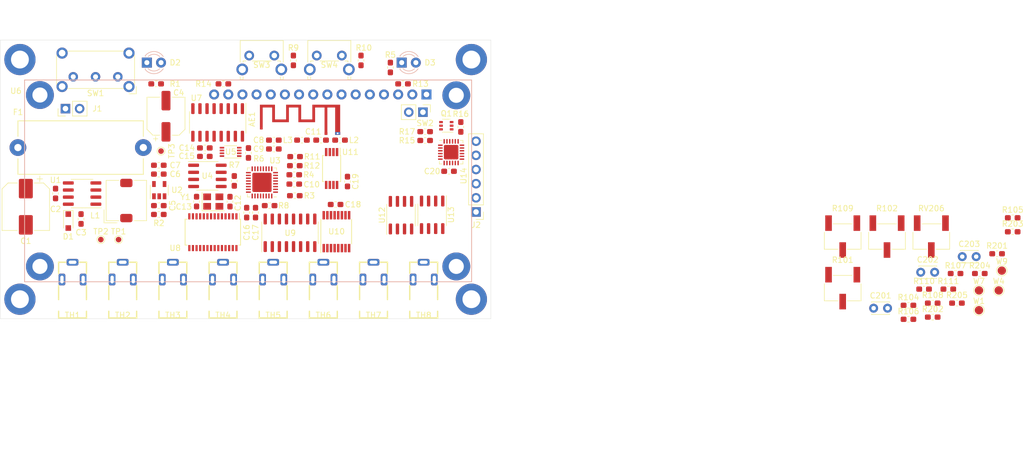
<source format=kicad_pcb>
(kicad_pcb (version 20171130) (host pcbnew "(5.1.4)-1")
  (title_block (title BBSensor) (date 2019-09-11) (rev V1.0) (comment 1 "Sensor and processing board for BBQ Sensor"))
  (layers (0 F.Cu signal) (1 In1.Cu power hide) (2 In2.Cu power hide) (31 B.Cu signal) (34 B.Paste user) (35 F.Paste user) (36 B.SilkS user) (37 F.SilkS user) (38 B.Mask user) (39 F.Mask user) (44 Edge.Cuts user))
  (net 0 "")
  (net 1 GND)
  (net 2 +5V)
  (net 3 "Net-(F1-Pad2)")
  (net 4 "Net-(J1-Pad1)")
  (net 5 +3V3)
  (net 6 "Net-(J2-Pad1)")
  (net 7 "Net-(J2-Pad3)")
  (net 8 "Net-(J2-Pad2)")
  (net 9 "Net-(Q1-Pad2)")
  (net 10 "Net-(Q1-Pad5)")
  (net 11 "Net-(AE1-Pad1)")
  (net 12 /ESP8266EX/GPIO0)
  (net 13 /ESP8266EX/~RST)
  (net 14 /Serial/RTS)
  (net 15 /Serial/DTR)
  (net 16 "Net-(R2-Pad1)")
  (net 17 /Serial/USB_RX)
  (net 18 /ESP8266EX/EN)
  (net 19 /ESP8266EX/GPIO4)
  (net 20 /ESP8266EX/GPIO5)
  (net 21 /ESP8266EX/GPIO12)
  (net 22 /ESP8266EX/GPIO1_TXD)
  (net 23 /ESP8266EX/ADC)
  (net 24 /ESP8266EX/XTAL_OUT)
  (net 25 /ESP8266EX/XTAL_IN)
  (net 26 /ESP8266EX/LNA)
  (net 27 /ESP8266EX/SDIO_CLK)
  (net 28 /ESP8266EX/SDIO_DATA_1)
  (net 29 /ESP8266EX/SDIO_DATA_0)
  (net 30 /ESP8266EX/SDIO_CMD)
  (net 31 /ESP8266EX/SDIO_DATA_3)
  (net 32 /ESP8266EX/SDIO_DATA_2)
  (net 33 "Net-(J2-Pad4)")
  (net 34 /ESP8266EX/GPIO16)
  (net 35 /ESP8266EX/GPIO15)
  (net 36 /ESP8266EX/SCLK)
  (net 37 /ESP8266EX/MOSI)
  (net 38 /ESP8266EX/GPIO3_RXD)
  (net 39 /ESP8266EX/CS1)
  (net 40 /ESP8266EX/MISO)
  (net 41 /ESP8266EX/DB7)
  (net 42 /ESP8266EX/DB6)
  (net 43 /ESP8266EX/DB5)
  (net 44 /ESP8266EX/DB4)
  (net 45 "Net-(U7-Pad9)")
  (net 46 "Net-(U7-Pad7)")
  (net 47 /ESP8266EX/ENABLE)
  (net 48 /ESP8266EX/RS)
  (net 49 "Net-(SW1-Pad3)")
  (net 50 "Net-(C1-Pad1)")
  (net 51 "Net-(D2-Pad2)")
  (net 52 "Net-(D3-Pad1)")
  (net 53 "Net-(R7-Pad1)")
  (net 54 "Net-(R8-Pad1)")
  (net 55 "Net-(R13-Pad1)")
  (net 56 "Net-(R14-Pad2)")
  (net 57 /Processing/SIGNAL)
  (net 58 /ESP8266EX/GPIO2)
  (net 59 "Net-(R101-Pad1)")
  (net 60 "Net-(R102-Pad1)")
  (net 61 /Processing/RTD1)
  (net 62 "Net-(R105-Pad2)")
  (net 63 "Net-(R107-Pad1)")
  (net 64 "Net-(R108-Pad1)")
  (net 65 "Net-(R109-Pad2)")
  (net 66 "Net-(R109-Pad1)")
  (net 67 /Processing/PTC1)
  (net 68 /Processing/PTC2)
  (net 69 /Processing/PTC3)
  (net 70 /Temperature/S1A)
  (net 71 /Temperature/S1B)
  (net 72 /Temperature/S2A)
  (net 73 /Temperature/S2B)
  (net 74 /Temperature/S3A)
  (net 75 /Temperature/S3B)
  (net 76 /Temperature/S4A)
  (net 77 /Temperature/S4B)
  (net 78 /Temperature/S5A)
  (net 79 /Temperature/S5B)
  (net 80 /Temperature/S6A)
  (net 81 /Temperature/S6B)
  (net 82 /Temperature/S7A)
  (net 83 /Temperature/S7B)
  (net 84 /Temperature/S8A)
  (net 85 /Temperature/S8B)
  (net 86 "Net-(U2-Pad4)")
  (net 87 "Net-(U3-Pad5)")
  (net 88 CS0)
  (net 89 /ESP8266EX/CS2)
  (net 90 "Net-(U5-Pad3)")
  (net 91 "Net-(U6-Pad10)")
  (net 92 "Net-(U6-Pad9)")
  (net 93 "Net-(U6-Pad8)")
  (net 94 "Net-(U6-Pad7)")
  (net 95 "Net-(U7-Pad6)")
  (net 96 /Temperature/DA)
  (net 97 "Net-(U8-Pad18)")
  (net 98 "Net-(U8-Pad17)")
  (net 99 "Net-(U8-Pad16)")
  (net 100 "Net-(U8-Pad15)")
  (net 101 "Net-(U8-Pad14)")
  (net 102 "Net-(U8-Pad13)")
  (net 103 "Net-(U8-Pad3)")
  (net 104 /Temperature/DB)
  (net 105 "Net-(U9-Pad9)")
  (net 106 "Net-(U9-Pad7)")
  (net 107 "Net-(U10-Pad2)")
  (net 108 "Net-(U10-Pad16)")
  (net 109 "Net-(U10-Pad1)")
  (net 110 "Net-(U10-Pad13)")
  (net 111 "Net-(U10-Pad12)")
  (net 112 "Net-(U10-Pad11)")
  (net 113 /Processing/RTD2)
  (net 114 "Net-(U11-Pad3)")
  (net 115 "Net-(U13-Pad7)")
  (net 116 "Net-(U13-Pad6)")
  (net 117 "Net-(U13-Pad5)")
  (net 118 "Net-(U14-Pad24)")
  (net 119 "Net-(U14-Pad22)")
  (net 120 "Net-(U14-Pad18)")
  (net 121 "Net-(U14-Pad17)")
  (net 122 "Net-(U14-Pad16)")
  (net 123 "Net-(U14-Pad15)")
  (net 124 "Net-(U14-Pad14)")
  (net 125 "Net-(U14-Pad13)")
  (net 126 "Net-(U14-Pad12)")
  (net 127 "Net-(U14-Pad11)")
  (net 128 "Net-(U14-Pad10)")
  (net 129 "Net-(U14-Pad9)")
  (net 130 "Net-(U14-Pad1)")
  (net 131 "Net-(C3-Pad2)")
  (net 132 "Net-(C3-Pad1)")
  (net 133 "Net-(U1-Pad5)")
  (net 134 "Net-(U1-Pad3)")
  (net 135 "Net-(U1-Pad2)")
  (module Connector_PinHeader_2.54mm:PinHeader_1x06_P2.54mm_Vertical (layer F.Cu) (at 100.33 45.847 180)
    (fp_text reference J2 (at 0 -2.33) (layer F.SilkS))
    (fp_text value USB_B_Mini)
    (pad 6 thru_hole oval (at 0 12.7 180) (size 1.7 1.7) (drill 1) (layers *.Cu *.Mask) (net 1 GND))
    (pad 5 thru_hole oval (at 0 10.16 180) (size 1.7 1.7) (drill 1) (layers *.Cu *.Mask) (net 1 GND))
    (pad 4 thru_hole oval (at 0 7.62 180) (size 1.7 1.7) (drill 1) (layers *.Cu *.Mask) (net 33 "Net-(J2-Pad4)"))
    (pad 3 thru_hole oval (at 0 5.08 180) (size 1.7 1.7) (drill 1) (layers *.Cu *.Mask) (net 7 "Net-(J2-Pad3)"))
    (pad 2 thru_hole oval (at 0 2.54 180) (size 1.7 1.7) (drill 1) (layers *.Cu *.Mask) (net 8 "Net-(J2-Pad2)"))
    (pad 1 thru_hole rect (at 0 0 180) (size 1.7 1.7) (drill 1) (layers *.Cu *.Mask) (net 6 "Net-(J2-Pad1)"))
  )
  (module Crystal:Crystal_SMD_Abracon_ABM8G-4Pin_3.2x2.5mm (layer F.Cu) (at 53.1876 43.9792)
    (fp_text reference Y1 (at -4.996 -0.7992) (layer F.SilkS))
    (fp_text value ABM8-26.000MHZ-10-1-U-T)
    (pad 4 smd rect (at -1.1 -0.85) (size 1.4 1.2) (layers F.Cu F.Paste F.Mask) (net 1 GND))
    (pad 3 smd rect (at 1.1 -0.85) (size 1.4 1.2) (layers F.Cu F.Paste F.Mask) (net 24 /ESP8266EX/XTAL_OUT))
    (pad 2 smd rect (at 1.1 0.85) (size 1.4 1.2) (layers F.Cu F.Paste F.Mask) (net 1 GND))
    (pad 1 smd rect (at -1.1 0.85) (size 1.4 1.2) (layers F.Cu F.Paste F.Mask) (net 25 /ESP8266EX/XTAL_IN))
  )
  (module TestPoint:TestPoint_Pad_D1.5mm (layer F.Cu) (at 194.665 56.3685)
    (fp_text reference W9 (at 0 -1.648) (layer F.SilkS))
    (fp_text value ~)
    (pad 1 smd circle (at 0 0) (size 1.5 1.5) (layers F.Cu F.Mask) (net 65 "Net-(R109-Pad2)"))
  )
  (module TestPoint:TestPoint_Pad_D1.5mm (layer F.Cu) (at 190.565 59.9185)
    (fp_text reference W7 (at 0 -1.648) (layer F.SilkS))
    (fp_text value ~)
    (pad 1 smd circle (at 0 0) (size 1.5 1.5) (layers F.Cu F.Mask) (net 63 "Net-(R107-Pad1)"))
  )
  (module TestPoint:TestPoint_Pad_D1.5mm (layer F.Cu) (at 194.115 59.9185)
    (fp_text reference W4 (at 0 -1.648) (layer F.SilkS))
    (fp_text value ~)
    (pad 1 smd circle (at 0 0) (size 1.5 1.5) (layers F.Cu F.Mask) (net 61 /Processing/RTD1))
  )
  (module TestPoint:TestPoint_Pad_D1.5mm (layer F.Cu) (at 190.565 63.4685)
    (fp_text reference W1 (at 0 -1.648) (layer F.SilkS))
    (fp_text value ~)
    (pad 1 smd circle (at 0 0) (size 1.5 1.5) (layers F.Cu F.Mask) (net 57 /Processing/SIGNAL))
  )
  (module Package_DFN_QFN:QFN-24-1EP_4x4mm_P0.5mm_EP2.6x2.6mm (layer F.Cu) (at 95.865 35.1155)
    (fp_text reference U14 (at 2.2425 4.2545 90) (layer F.SilkS))
    (fp_text value CP2104)
    (pad 24 smd roundrect (at -1.25 -1.9375) (size 0.25 0.825) (layers F.Cu F.Paste F.Mask) (net 118 "Net-(U14-Pad24)"))
    (pad 23 smd roundrect (at -0.75 -1.9375) (size 0.25 0.825) (layers F.Cu F.Paste F.Mask) (net 15 /Serial/DTR))
    (pad 22 smd roundrect (at -0.25 -1.9375) (size 0.25 0.825) (layers F.Cu F.Paste F.Mask) (net 119 "Net-(U14-Pad22)"))
    (pad 21 smd roundrect (at 0.25 -1.9375) (size 0.25 0.825) (layers F.Cu F.Paste F.Mask) (net 17 /Serial/USB_RX))
    (pad 20 smd roundrect (at 0.75 -1.9375) (size 0.25 0.825) (layers F.Cu F.Paste F.Mask) (net 22 /ESP8266EX/GPIO1_TXD))
    (pad 19 smd roundrect (at 1.25 -1.9375) (size 0.25 0.825) (layers F.Cu F.Paste F.Mask) (net 14 /Serial/RTS))
    (pad 18 smd roundrect (at 1.9375 -1.25) (size 0.825 0.25) (layers F.Cu F.Paste F.Mask) (net 120 "Net-(U14-Pad18)"))
    (pad 17 smd roundrect (at 1.9375 -0.75) (size 0.825 0.25) (layers F.Cu F.Paste F.Mask) (net 121 "Net-(U14-Pad17)"))
    (pad 16 smd roundrect (at 1.9375 -0.25) (size 0.825 0.25) (layers F.Cu F.Paste F.Mask) (net 122 "Net-(U14-Pad16)"))
    (pad 15 smd roundrect (at 1.9375 0.25) (size 0.825 0.25) (layers F.Cu F.Paste F.Mask) (net 123 "Net-(U14-Pad15)"))
    (pad 14 smd roundrect (at 1.9375 0.75) (size 0.825 0.25) (layers F.Cu F.Paste F.Mask) (net 124 "Net-(U14-Pad14)"))
    (pad 13 smd roundrect (at 1.9375 1.25) (size 0.825 0.25) (layers F.Cu F.Paste F.Mask) (net 125 "Net-(U14-Pad13)"))
    (pad 12 smd roundrect (at 1.25 1.9375) (size 0.25 0.825) (layers F.Cu F.Paste F.Mask) (net 126 "Net-(U14-Pad12)"))
    (pad 11 smd roundrect (at 0.75 1.9375) (size 0.25 0.825) (layers F.Cu F.Paste F.Mask) (net 127 "Net-(U14-Pad11)"))
    (pad 10 smd roundrect (at 0.25 1.9375) (size 0.25 0.825) (layers F.Cu F.Paste F.Mask) (net 128 "Net-(U14-Pad10)"))
    (pad 9 smd roundrect (at -0.25 1.9375) (size 0.25 0.825) (layers F.Cu F.Paste F.Mask) (net 129 "Net-(U14-Pad9)"))
    (pad 8 smd roundrect (at -0.75 1.9375) (size 0.25 0.825) (layers F.Cu F.Paste F.Mask) (net 6 "Net-(J2-Pad1)"))
    (pad 7 smd roundrect (at -1.25 1.9375) (size 0.25 0.825) (layers F.Cu F.Paste F.Mask) (net 5 +3V3))
    (pad 6 smd roundrect (at -1.9375 1.25) (size 0.825 0.25) (layers F.Cu F.Paste F.Mask) (net 5 +3V3))
    (pad 5 smd roundrect (at -1.9375 0.75) (size 0.825 0.25) (layers F.Cu F.Paste F.Mask) (net 5 +3V3))
    (pad 4 smd roundrect (at -1.9375 0.25) (size 0.825 0.25) (layers F.Cu F.Paste F.Mask) (net 8 "Net-(J2-Pad2)"))
    (pad 3 smd roundrect (at -1.9375 -0.25) (size 0.825 0.25) (layers F.Cu F.Paste F.Mask) (net 7 "Net-(J2-Pad3)"))
    (pad 2 smd roundrect (at -1.9375 -0.75) (size 0.825 0.25) (layers F.Cu F.Paste F.Mask) (net 1 GND))
    (pad 1 smd roundrect (at -1.9375 -1.25) (size 0.825 0.25) (layers F.Cu F.Paste F.Mask) (net 130 "Net-(U14-Pad1)"))
    (pad 25 smd roundrect (at 0 0) (size 2.6 2.6) (layers F.Cu F.Mask) (roundrect_rratio 0.096154) (net 1 GND))
  )
  (module Package_SO:SOIC-8_3.9x4.9mm_P1.27mm (layer F.Cu) (at 92.456 46.355 270)
    (fp_text reference U13 (at 0 -3.4 90) (layer F.SilkS))
    (fp_text value OPA2340)
    (pad 8 smd roundrect (at 2.475 -1.905 270) (size 1.95 0.6) (layers F.Cu F.Paste F.Mask) (net 2 +5V))
    (pad 7 smd roundrect (at 2.475 -0.635 270) (size 1.95 0.6) (layers F.Cu F.Paste F.Mask) (net 115 "Net-(U13-Pad7)"))
    (pad 6 smd roundrect (at 2.475 0.635 270) (size 1.95 0.6) (layers F.Cu F.Paste F.Mask) (net 116 "Net-(U13-Pad6)"))
    (pad 5 smd roundrect (at 2.475 1.905 270) (size 1.95 0.6) (layers F.Cu F.Paste F.Mask) (net 117 "Net-(U13-Pad5)"))
    (pad 4 smd roundrect (at -2.475 1.905 270) (size 1.95 0.6) (layers F.Cu F.Paste F.Mask) (net 1 GND))
    (pad 3 smd roundrect (at -2.475 0.635 270) (size 1.95 0.6) (layers F.Cu F.Paste F.Mask) (net 61 /Processing/RTD1))
    (pad 2 smd roundrect (at -2.475 -0.635 270) (size 1.95 0.6) (layers F.Cu F.Paste F.Mask) (net 63 "Net-(R107-Pad1)"))
    (pad 1 smd roundrect (at -2.475 -1.905 270) (size 1.95 0.6) (layers F.Cu F.Paste F.Mask) (net 57 /Processing/SIGNAL))
  )
  (module Package_SO:SOIC-8_3.9x4.9mm_P1.27mm (layer F.Cu) (at 86.868 46.4185 90)
    (fp_text reference U12 (at 0 -3.4 90) (layer F.SilkS))
    (fp_text value OPA2340)
    (pad 8 smd roundrect (at 2.475 -1.905 90) (size 1.95 0.6) (layers F.Cu F.Paste F.Mask) (net 2 +5V))
    (pad 7 smd roundrect (at 2.475 -0.635 90) (size 1.95 0.6) (layers F.Cu F.Paste F.Mask) (net 64 "Net-(R108-Pad1)"))
    (pad 6 smd roundrect (at 2.475 0.635 90) (size 1.95 0.6) (layers F.Cu F.Paste F.Mask) (net 65 "Net-(R109-Pad2)"))
    (pad 5 smd roundrect (at 2.475 1.905 90) (size 1.95 0.6) (layers F.Cu F.Paste F.Mask) (net 113 /Processing/RTD2))
    (pad 4 smd roundrect (at -2.475 1.905 90) (size 1.95 0.6) (layers F.Cu F.Paste F.Mask) (net 1 GND))
    (pad 3 smd roundrect (at -2.475 0.635 90) (size 1.95 0.6) (layers F.Cu F.Paste F.Mask) (net 62 "Net-(R105-Pad2)"))
    (pad 2 smd roundrect (at -2.475 -0.635 90) (size 1.95 0.6) (layers F.Cu F.Paste F.Mask) (net 61 /Processing/RTD1))
    (pad 1 smd roundrect (at -2.475 -1.905 90) (size 1.95 0.6) (layers F.Cu F.Paste F.Mask) (net 113 /Processing/RTD2))
  )
  (module Package_SO:TSSOP-8_4.4x3mm_P0.65mm (layer F.Cu) (at 74.422 38.0492 270)
    (fp_text reference U11 (at -2.95 -3.358 180) (layer F.SilkS))
    (fp_text value MCP3202)
    (pad 8 smd rect (at 2.95 -0.975 270) (size 1.45 0.45) (layers F.Cu F.Paste F.Mask) (net 2 +5V))
    (pad 7 smd rect (at 2.95 -0.325 270) (size 1.45 0.45) (layers F.Cu F.Paste F.Mask) (net 36 /ESP8266EX/SCLK))
    (pad 6 smd rect (at 2.95 0.325 270) (size 1.45 0.45) (layers F.Cu F.Paste F.Mask) (net 40 /ESP8266EX/MISO))
    (pad 5 smd rect (at 2.95 0.975 270) (size 1.45 0.45) (layers F.Cu F.Paste F.Mask) (net 37 /ESP8266EX/MOSI))
    (pad 4 smd rect (at -2.95 0.975 270) (size 1.45 0.45) (layers F.Cu F.Paste F.Mask) (net 1 GND))
    (pad 3 smd rect (at -2.95 0.325 270) (size 1.45 0.45) (layers F.Cu F.Paste F.Mask) (net 114 "Net-(U11-Pad3)"))
    (pad 2 smd rect (at -2.95 -0.325 270) (size 1.45 0.45) (layers F.Cu F.Paste F.Mask) (net 57 /Processing/SIGNAL))
    (pad 1 smd rect (at -2.95 -0.975 270) (size 1.45 0.45) (layers F.Cu F.Paste F.Mask) (net 39 /ESP8266EX/CS1))
  )
  (module Package_SO:TSSOP-16_4.4x5mm_P0.65mm (layer F.Cu) (at 75.2856 49.3776 90)
    (fp_text reference U10 (at 0.029 0.0237 180) (layer F.SilkS))
    (fp_text value ADG709)
    (pad 16 smd rect (at 2.95 -2.275 90) (size 1.5 0.45) (layers F.Cu F.Paste F.Mask) (net 108 "Net-(U10-Pad16)"))
    (pad 15 smd rect (at 2.95 -1.625 90) (size 1.5 0.45) (layers F.Cu F.Paste F.Mask) (net 1 GND))
    (pad 14 smd rect (at 2.95 -0.975 90) (size 1.5 0.45) (layers F.Cu F.Paste F.Mask) (net 2 +5V))
    (pad 13 smd rect (at 2.95 -0.325 90) (size 1.5 0.45) (layers F.Cu F.Paste F.Mask) (net 110 "Net-(U10-Pad13)"))
    (pad 12 smd rect (at 2.95 0.325 90) (size 1.5 0.45) (layers F.Cu F.Paste F.Mask) (net 111 "Net-(U10-Pad12)"))
    (pad 11 smd rect (at 2.95 0.975 90) (size 1.5 0.45) (layers F.Cu F.Paste F.Mask) (net 112 "Net-(U10-Pad11)"))
    (pad 10 smd rect (at 2.95 1.625 90) (size 1.5 0.45) (layers F.Cu F.Paste F.Mask) (net 113 /Processing/RTD2))
    (pad 9 smd rect (at 2.95 2.275 90) (size 1.5 0.45) (layers F.Cu F.Paste F.Mask) (net 104 /Temperature/DB))
    (pad 8 smd rect (at -2.95 2.275 90) (size 1.5 0.45) (layers F.Cu F.Paste F.Mask) (net 96 /Temperature/DA))
    (pad 7 smd rect (at -2.95 1.625 90) (size 1.5 0.45) (layers F.Cu F.Paste F.Mask) (net 69 /Processing/PTC3))
    (pad 6 smd rect (at -2.95 0.975 90) (size 1.5 0.45) (layers F.Cu F.Paste F.Mask) (net 68 /Processing/PTC2))
    (pad 5 smd rect (at -2.95 0.325 90) (size 1.5 0.45) (layers F.Cu F.Paste F.Mask) (net 67 /Processing/PTC1))
    (pad 4 smd rect (at -2.95 -0.325 90) (size 1.5 0.45) (layers F.Cu F.Paste F.Mask) (net 61 /Processing/RTD1))
    (pad 3 smd rect (at -2.95 -0.975 90) (size 1.5 0.45) (layers F.Cu F.Paste F.Mask) (net 1 GND))
    (pad 2 smd rect (at -2.95 -1.625 90) (size 1.5 0.45) (layers F.Cu F.Paste F.Mask) (net 107 "Net-(U10-Pad2)"))
    (pad 1 smd rect (at -2.95 -2.275 90) (size 1.5 0.45) (layers F.Cu F.Paste F.Mask) (net 109 "Net-(U10-Pad1)"))
  )
  (module Package_SO:SOIC-16_3.9x9.9mm_P1.27mm (layer F.Cu) (at 66.9544 49.5808 90)
    (fp_text reference U9 (at -0.0396 0.0381 180) (layer F.SilkS))
    (fp_text value 74HC595)
    (pad 16 smd roundrect (at 2.475 -4.445 90) (size 1.95 0.6) (layers F.Cu F.Paste F.Mask) (net 2 +5V))
    (pad 15 smd roundrect (at 2.475 -3.175 90) (size 1.95 0.6) (layers F.Cu F.Paste F.Mask) (net 98 "Net-(U8-Pad17)"))
    (pad 14 smd roundrect (at 2.475 -1.905 90) (size 1.95 0.6) (layers F.Cu F.Paste F.Mask) (net 37 /ESP8266EX/MOSI))
    (pad 13 smd roundrect (at 2.475 -0.635 90) (size 1.95 0.6) (layers F.Cu F.Paste F.Mask) (net 1 GND))
    (pad 12 smd roundrect (at 2.475 0.635 90) (size 1.95 0.6) (layers F.Cu F.Paste F.Mask) (net 89 /ESP8266EX/CS2))
    (pad 11 smd roundrect (at 2.475 1.905 90) (size 1.95 0.6) (layers F.Cu F.Paste F.Mask) (net 36 /ESP8266EX/SCLK))
    (pad 10 smd roundrect (at 2.475 3.175 90) (size 1.95 0.6) (layers F.Cu F.Paste F.Mask) (net 2 +5V))
    (pad 9 smd roundrect (at 2.475 4.445 90) (size 1.95 0.6) (layers F.Cu F.Paste F.Mask) (net 105 "Net-(U9-Pad9)"))
    (pad 8 smd roundrect (at -2.475 4.445 90) (size 1.95 0.6) (layers F.Cu F.Paste F.Mask) (net 1 GND))
    (pad 7 smd roundrect (at -2.475 3.175 90) (size 1.95 0.6) (layers F.Cu F.Paste F.Mask) (net 106 "Net-(U9-Pad7)"))
    (pad 6 smd roundrect (at -2.475 1.905 90) (size 1.95 0.6) (layers F.Cu F.Paste F.Mask) (net 107 "Net-(U10-Pad2)"))
    (pad 5 smd roundrect (at -2.475 0.635 90) (size 1.95 0.6) (layers F.Cu F.Paste F.Mask) (net 108 "Net-(U10-Pad16)"))
    (pad 4 smd roundrect (at -2.475 -0.635 90) (size 1.95 0.6) (layers F.Cu F.Paste F.Mask) (net 109 "Net-(U10-Pad1)"))
    (pad 3 smd roundrect (at -2.475 -1.905 90) (size 1.95 0.6) (layers F.Cu F.Paste F.Mask) (net 97 "Net-(U8-Pad18)"))
    (pad 2 smd roundrect (at -2.475 -3.175 90) (size 1.95 0.6) (layers F.Cu F.Paste F.Mask) (net 100 "Net-(U8-Pad15)"))
    (pad 1 smd roundrect (at -2.475 -4.445 90) (size 1.95 0.6) (layers F.Cu F.Paste F.Mask) (net 99 "Net-(U8-Pad16)"))
  )
  (module Package_SO:TSSOP-28_4.4x9.7mm_P0.65mm (layer F.Cu) (at 53.1155 49.474 270)
    (fp_text reference U8 (at 2.85 6.765 180) (layer F.SilkS))
    (fp_text value ADG707)
    (pad 28 smd rect (at 2.85 -4.225 270) (size 1.1 0.4) (layers F.Cu F.Paste F.Mask) (net 96 /Temperature/DA))
    (pad 27 smd rect (at 2.85 -3.575 270) (size 1.1 0.4) (layers F.Cu F.Paste F.Mask) (net 1 GND))
    (pad 26 smd rect (at 2.85 -2.925 270) (size 1.1 0.4) (layers F.Cu F.Paste F.Mask) (net 84 /Temperature/S8A))
    (pad 25 smd rect (at 2.85 -2.275 270) (size 1.1 0.4) (layers F.Cu F.Paste F.Mask) (net 82 /Temperature/S7A))
    (pad 24 smd rect (at 2.85 -1.625 270) (size 1.1 0.4) (layers F.Cu F.Paste F.Mask) (net 80 /Temperature/S6A))
    (pad 23 smd rect (at 2.85 -0.975 270) (size 1.1 0.4) (layers F.Cu F.Paste F.Mask) (net 78 /Temperature/S5A))
    (pad 22 smd rect (at 2.85 -0.325 270) (size 1.1 0.4) (layers F.Cu F.Paste F.Mask) (net 76 /Temperature/S4A))
    (pad 21 smd rect (at 2.85 0.325 270) (size 1.1 0.4) (layers F.Cu F.Paste F.Mask) (net 74 /Temperature/S3A))
    (pad 20 smd rect (at 2.85 0.975 270) (size 1.1 0.4) (layers F.Cu F.Paste F.Mask) (net 72 /Temperature/S2A))
    (pad 19 smd rect (at 2.85 1.625 270) (size 1.1 0.4) (layers F.Cu F.Paste F.Mask) (net 70 /Temperature/S1A))
    (pad 18 smd rect (at 2.85 2.275 270) (size 1.1 0.4) (layers F.Cu F.Paste F.Mask) (net 97 "Net-(U8-Pad18)"))
    (pad 17 smd rect (at 2.85 2.925 270) (size 1.1 0.4) (layers F.Cu F.Paste F.Mask) (net 98 "Net-(U8-Pad17)"))
    (pad 16 smd rect (at 2.85 3.575 270) (size 1.1 0.4) (layers F.Cu F.Paste F.Mask) (net 99 "Net-(U8-Pad16)"))
    (pad 15 smd rect (at 2.85 4.225 270) (size 1.1 0.4) (layers F.Cu F.Paste F.Mask) (net 100 "Net-(U8-Pad15)"))
    (pad 14 smd rect (at -2.85 4.225 270) (size 1.1 0.4) (layers F.Cu F.Paste F.Mask) (net 101 "Net-(U8-Pad14)"))
    (pad 13 smd rect (at -2.85 3.575 270) (size 1.1 0.4) (layers F.Cu F.Paste F.Mask) (net 102 "Net-(U8-Pad13)"))
    (pad 12 smd rect (at -2.85 2.925 270) (size 1.1 0.4) (layers F.Cu F.Paste F.Mask) (net 1 GND))
    (pad 11 smd rect (at -2.85 2.275 270) (size 1.1 0.4) (layers F.Cu F.Paste F.Mask) (net 71 /Temperature/S1B))
    (pad 10 smd rect (at -2.85 1.625 270) (size 1.1 0.4) (layers F.Cu F.Paste F.Mask) (net 73 /Temperature/S2B))
    (pad 9 smd rect (at -2.85 0.975 270) (size 1.1 0.4) (layers F.Cu F.Paste F.Mask) (net 75 /Temperature/S3B))
    (pad 8 smd rect (at -2.85 0.325 270) (size 1.1 0.4) (layers F.Cu F.Paste F.Mask) (net 77 /Temperature/S4B))
    (pad 7 smd rect (at -2.85 -0.325 270) (size 1.1 0.4) (layers F.Cu F.Paste F.Mask) (net 79 /Temperature/S5B))
    (pad 6 smd rect (at -2.85 -0.975 270) (size 1.1 0.4) (layers F.Cu F.Paste F.Mask) (net 81 /Temperature/S6B))
    (pad 5 smd rect (at -2.85 -1.625 270) (size 1.1 0.4) (layers F.Cu F.Paste F.Mask) (net 83 /Temperature/S7B))
    (pad 4 smd rect (at -2.85 -2.275 270) (size 1.1 0.4) (layers F.Cu F.Paste F.Mask) (net 85 /Temperature/S8B))
    (pad 3 smd rect (at -2.85 -2.925 270) (size 1.1 0.4) (layers F.Cu F.Paste F.Mask) (net 103 "Net-(U8-Pad3)"))
    (pad 2 smd rect (at -2.85 -3.575 270) (size 1.1 0.4) (layers F.Cu F.Paste F.Mask) (net 104 /Temperature/DB))
    (pad 1 smd rect (at -2.85 -4.225 270) (size 1.1 0.4) (layers F.Cu F.Paste F.Mask) (net 2 +5V))
  )
  (module Package_SO:SOIC-16_3.9x9.9mm_P1.27mm (layer F.Cu) (at 53.975 29.78 270)
    (fp_text reference U7 (at -4.38 3.81 180) (layer F.SilkS))
    (fp_text value 74HC595)
    (pad 16 smd roundrect (at 2.475 -4.445 270) (size 1.95 0.6) (layers F.Cu F.Paste F.Mask) (net 2 +5V))
    (pad 15 smd roundrect (at 2.475 -3.175 270) (size 1.95 0.6) (layers F.Cu F.Paste F.Mask) (net 48 /ESP8266EX/RS))
    (pad 14 smd roundrect (at 2.475 -1.905 270) (size 1.95 0.6) (layers F.Cu F.Paste F.Mask) (net 37 /ESP8266EX/MOSI))
    (pad 13 smd roundrect (at 2.475 -0.635 270) (size 1.95 0.6) (layers F.Cu F.Paste F.Mask) (net 1 GND))
    (pad 12 smd roundrect (at 2.475 0.635 270) (size 1.95 0.6) (layers F.Cu F.Paste F.Mask) (net 88 CS0))
    (pad 11 smd roundrect (at 2.475 1.905 270) (size 1.95 0.6) (layers F.Cu F.Paste F.Mask) (net 36 /ESP8266EX/SCLK))
    (pad 10 smd roundrect (at 2.475 3.175 270) (size 1.95 0.6) (layers F.Cu F.Paste F.Mask) (net 2 +5V))
    (pad 9 smd roundrect (at 2.475 4.445 270) (size 1.95 0.6) (layers F.Cu F.Paste F.Mask) (net 45 "Net-(U7-Pad9)"))
    (pad 8 smd roundrect (at -2.475 4.445 270) (size 1.95 0.6) (layers F.Cu F.Paste F.Mask) (net 1 GND))
    (pad 7 smd roundrect (at -2.475 3.175 270) (size 1.95 0.6) (layers F.Cu F.Paste F.Mask) (net 46 "Net-(U7-Pad7)"))
    (pad 6 smd roundrect (at -2.475 1.905 270) (size 1.95 0.6) (layers F.Cu F.Paste F.Mask) (net 95 "Net-(U7-Pad6)"))
    (pad 5 smd roundrect (at -2.475 0.635 270) (size 1.95 0.6) (layers F.Cu F.Paste F.Mask) (net 41 /ESP8266EX/DB7))
    (pad 4 smd roundrect (at -2.475 -0.635 270) (size 1.95 0.6) (layers F.Cu F.Paste F.Mask) (net 42 /ESP8266EX/DB6))
    (pad 3 smd roundrect (at -2.475 -1.905 270) (size 1.95 0.6) (layers F.Cu F.Paste F.Mask) (net 43 /ESP8266EX/DB5))
    (pad 2 smd roundrect (at -2.475 -3.175 270) (size 1.95 0.6) (layers F.Cu F.Paste F.Mask) (net 44 /ESP8266EX/DB4))
    (pad 1 smd roundrect (at -2.475 -4.445 270) (size 1.95 0.6) (layers F.Cu F.Paste F.Mask) (net 47 /ESP8266EX/ENABLE))
  )
  (module Package_SO:VSSOP-8_2.3x2mm_P0.5mm (layer F.Cu) (at 56.2985 35.064 180)
    (fp_text reference U5 (at -0.026 0.012) (layer F.SilkS))
    (fp_text value SN74LVC1G139)
    (pad 8 smd rect (at 1.55 -0.75 90) (size 0.3 0.8) (layers F.Cu F.Paste F.Mask) (net 5 +3V3))
    (pad 7 smd rect (at 1.55 -0.25 90) (size 0.3 0.8) (layers F.Cu F.Paste F.Mask) (net 88 CS0))
    (pad 6 smd rect (at 1.55 0.25 90) (size 0.3 0.8) (layers F.Cu F.Paste F.Mask) (net 39 /ESP8266EX/CS1))
    (pad 5 smd rect (at 1.55 0.75 90) (size 0.3 0.8) (layers F.Cu F.Paste F.Mask) (net 89 /ESP8266EX/CS2))
    (pad 4 smd rect (at -1.55 0.75 90) (size 0.3 0.8) (layers F.Cu F.Paste F.Mask) (net 1 GND))
    (pad 3 smd rect (at -1.55 0.25 90) (size 0.3 0.8) (layers F.Cu F.Paste F.Mask) (net 90 "Net-(U5-Pad3)"))
    (pad 2 smd rect (at -1.55 -0.25 90) (size 0.3 0.8) (layers F.Cu F.Paste F.Mask) (net 35 /ESP8266EX/GPIO15))
    (pad 1 smd rect (at -1.55 -0.75 90) (size 0.3 0.8) (layers F.Cu F.Paste F.Mask) (net 58 /ESP8266EX/GPIO2))
  )
  (module Package_SO:SOIC-8_3.9x4.9mm_P1.27mm (layer F.Cu) (at 52.135 39.37)
    (fp_text reference U4 (at -0.0142 0) (layer F.SilkS))
    (fp_text value AT25SF081-SSHF-X)
    (pad 8 smd roundrect (at 2.475 -1.905) (size 1.95 0.6) (layers F.Cu F.Paste F.Mask) (net 5 +3V3))
    (pad 7 smd roundrect (at 2.475 -0.635) (size 1.95 0.6) (layers F.Cu F.Paste F.Mask) (net 32 /ESP8266EX/SDIO_DATA_2))
    (pad 6 smd roundrect (at 2.475 0.635) (size 1.95 0.6) (layers F.Cu F.Paste F.Mask) (net 53 "Net-(R7-Pad1)"))
    (pad 5 smd roundrect (at 2.475 1.905) (size 1.95 0.6) (layers F.Cu F.Paste F.Mask) (net 28 /ESP8266EX/SDIO_DATA_1))
    (pad 4 smd roundrect (at -2.475 1.905) (size 1.95 0.6) (layers F.Cu F.Paste F.Mask) (net 1 GND))
    (pad 3 smd roundrect (at -2.475 0.635) (size 1.95 0.6) (layers F.Cu F.Paste F.Mask) (net 31 /ESP8266EX/SDIO_DATA_3))
    (pad 2 smd roundrect (at -2.475 -0.635) (size 1.95 0.6) (layers F.Cu F.Paste F.Mask) (net 29 /ESP8266EX/SDIO_DATA_0))
    (pad 1 smd roundrect (at -2.475 -1.905) (size 1.95 0.6) (layers F.Cu F.Paste F.Mask) (net 30 /ESP8266EX/SDIO_CMD))
  )
  (module Package_DFN_QFN:QFN-32-1EP_5x5mm_P0.5mm_EP3.45x3.45mm (layer F.Cu) (at 61.9252 40.5384 180)
    (fp_text reference U3 (at -2.3368 3.9116) (layer F.SilkS))
    (fp_text value ESP8266EX)
    (pad 32 smd roundrect (at -1.75 -2.4375 180) (size 0.25 0.875) (layers F.Cu F.Paste F.Mask) (net 13 /ESP8266EX/~RST))
    (pad 31 smd roundrect (at -1.25 -2.4375 180) (size 0.25 0.875) (layers F.Cu F.Paste F.Mask) (net 54 "Net-(R8-Pad1)"))
    (pad 30 smd roundrect (at -0.75 -2.4375 180) (size 0.25 0.875) (layers F.Cu F.Paste F.Mask) (net 5 +3V3))
    (pad 29 smd roundrect (at -0.25 -2.4375 180) (size 0.25 0.875) (layers F.Cu F.Paste F.Mask) (net 5 +3V3))
    (pad 28 smd roundrect (at 0.25 -2.4375 180) (size 0.25 0.875) (layers F.Cu F.Paste F.Mask) (net 25 /ESP8266EX/XTAL_IN))
    (pad 27 smd roundrect (at 0.75 -2.4375 180) (size 0.25 0.875) (layers F.Cu F.Paste F.Mask) (net 24 /ESP8266EX/XTAL_OUT))
    (pad 26 smd roundrect (at 1.25 -2.4375 180) (size 0.25 0.875) (layers F.Cu F.Paste F.Mask) (net 38 /ESP8266EX/GPIO3_RXD))
    (pad 25 smd roundrect (at 1.75 -2.4375 180) (size 0.25 0.875) (layers F.Cu F.Paste F.Mask) (net 22 /ESP8266EX/GPIO1_TXD))
    (pad 24 smd roundrect (at 2.4375 -1.75 180) (size 0.875 0.25) (layers F.Cu F.Paste F.Mask) (net 20 /ESP8266EX/GPIO5))
    (pad 23 smd roundrect (at 2.4375 -1.25 180) (size 0.875 0.25) (layers F.Cu F.Paste F.Mask) (net 28 /ESP8266EX/SDIO_DATA_1))
    (pad 22 smd roundrect (at 2.4375 -0.75 180) (size 0.875 0.25) (layers F.Cu F.Paste F.Mask) (net 29 /ESP8266EX/SDIO_DATA_0))
    (pad 21 smd roundrect (at 2.4375 -0.25 180) (size 0.875 0.25) (layers F.Cu F.Paste F.Mask) (net 27 /ESP8266EX/SDIO_CLK))
    (pad 20 smd roundrect (at 2.4375 0.25 180) (size 0.875 0.25) (layers F.Cu F.Paste F.Mask) (net 30 /ESP8266EX/SDIO_CMD))
    (pad 19 smd roundrect (at 2.4375 0.75 180) (size 0.875 0.25) (layers F.Cu F.Paste F.Mask) (net 31 /ESP8266EX/SDIO_DATA_3))
    (pad 18 smd roundrect (at 2.4375 1.25 180) (size 0.875 0.25) (layers F.Cu F.Paste F.Mask) (net 32 /ESP8266EX/SDIO_DATA_2))
    (pad 17 smd roundrect (at 2.4375 1.75 180) (size 0.875 0.25) (layers F.Cu F.Paste F.Mask) (net 5 +3V3))
    (pad 16 smd roundrect (at 1.75 2.4375 180) (size 0.25 0.875) (layers F.Cu F.Paste F.Mask) (net 19 /ESP8266EX/GPIO4))
    (pad 15 smd roundrect (at 1.25 2.4375 180) (size 0.25 0.875) (layers F.Cu F.Paste F.Mask) (net 12 /ESP8266EX/GPIO0))
    (pad 14 smd roundrect (at 0.75 2.4375 180) (size 0.25 0.875) (layers F.Cu F.Paste F.Mask) (net 58 /ESP8266EX/GPIO2))
    (pad 13 smd roundrect (at 0.25 2.4375 180) (size 0.25 0.875) (layers F.Cu F.Paste F.Mask) (net 35 /ESP8266EX/GPIO15))
    (pad 12 smd roundrect (at -0.25 2.4375 180) (size 0.25 0.875) (layers F.Cu F.Paste F.Mask) (net 37 /ESP8266EX/MOSI))
    (pad 11 smd roundrect (at -0.75 2.4375 180) (size 0.25 0.875) (layers F.Cu F.Paste F.Mask) (net 5 +3V3))
    (pad 10 smd roundrect (at -1.25 2.4375 180) (size 0.25 0.875) (layers F.Cu F.Paste F.Mask) (net 21 /ESP8266EX/GPIO12))
    (pad 9 smd roundrect (at -1.75 2.4375 180) (size 0.25 0.875) (layers F.Cu F.Paste F.Mask) (net 36 /ESP8266EX/SCLK))
    (pad 8 smd roundrect (at -2.4375 1.75 180) (size 0.875 0.25) (layers F.Cu F.Paste F.Mask) (net 34 /ESP8266EX/GPIO16))
    (pad 7 smd roundrect (at -2.4375 1.25 180) (size 0.875 0.25) (layers F.Cu F.Paste F.Mask) (net 18 /ESP8266EX/EN))
    (pad 6 smd roundrect (at -2.4375 0.75 180) (size 0.875 0.25) (layers F.Cu F.Paste F.Mask) (net 23 /ESP8266EX/ADC))
    (pad 5 smd roundrect (at -2.4375 0.25 180) (size 0.875 0.25) (layers F.Cu F.Paste F.Mask) (net 87 "Net-(U3-Pad5)"))
    (pad 4 smd roundrect (at -2.4375 -0.25 180) (size 0.875 0.25) (layers F.Cu F.Paste F.Mask) (net 5 +3V3))
    (pad 3 smd roundrect (at -2.4375 -0.75 180) (size 0.875 0.25) (layers F.Cu F.Paste F.Mask) (net 5 +3V3))
    (pad 2 smd roundrect (at -2.4375 -1.25 180) (size 0.875 0.25) (layers F.Cu F.Paste F.Mask) (net 26 /ESP8266EX/LNA))
    (pad 1 smd roundrect (at -2.4375 -1.75 180) (size 0.875 0.25) (layers F.Cu F.Paste F.Mask) (net 5 +3V3))
    (pad 33 smd roundrect (at 0 0 180) (size 3.45 3.45) (layers F.Cu F.Mask) (roundrect_rratio 0.072464) (net 1 GND))
  )
  (module Package_TO_SOT_SMD:SOT-23-5 (layer F.Cu) (at 43.495 41.9305 90)
    (fp_text reference U2 (at 0.0205 3.1775 180) (layer F.SilkS))
    (fp_text value AP2112K-3.3)
    (pad 5 smd rect (at 1.1 -0.95 90) (size 1.06 0.65) (layers F.Cu F.Paste F.Mask) (net 5 +3V3))
    (pad 4 smd rect (at 1.1 0.95 90) (size 1.06 0.65) (layers F.Cu F.Paste F.Mask) (net 86 "Net-(U2-Pad4)"))
    (pad 3 smd rect (at -1.1 0.95 90) (size 1.06 0.65) (layers F.Cu F.Paste F.Mask) (net 16 "Net-(R2-Pad1)"))
    (pad 2 smd rect (at -1.1 0 90) (size 1.06 0.65) (layers F.Cu F.Paste F.Mask) (net 1 GND))
    (pad 1 smd rect (at -1.1 -0.95 90) (size 1.06 0.65) (layers F.Cu F.Paste F.Mask) (net 2 +5V))
  )
  (module Package_SO:SOIC-8_3.9x4.9mm_P1.27mm (layer F.Cu) (at 29.653 42.545 180)
    (fp_text reference U1 (at 4.761 2.413) (layer F.SilkS))
    (fp_text value LM2672M-5.0)
    (pad 8 smd roundrect (at 2.475 -1.905 180) (size 1.95 0.6) (layers F.Cu F.Paste F.Mask) (net 132 "Net-(C3-Pad1)"))
    (pad 7 smd roundrect (at 2.475 -0.635 180) (size 1.95 0.6) (layers F.Cu F.Paste F.Mask) (net 50 "Net-(C1-Pad1)"))
    (pad 6 smd roundrect (at 2.475 0.635 180) (size 1.95 0.6) (layers F.Cu F.Paste F.Mask) (net 1 GND))
    (pad 5 smd roundrect (at 2.475 1.905 180) (size 1.95 0.6) (layers F.Cu F.Paste F.Mask) (net 133 "Net-(U1-Pad5)"))
    (pad 4 smd roundrect (at -2.475 1.905 180) (size 1.95 0.6) (layers F.Cu F.Paste F.Mask) (net 2 +5V))
    (pad 3 smd roundrect (at -2.475 0.635 180) (size 1.95 0.6) (layers F.Cu F.Paste F.Mask) (net 134 "Net-(U1-Pad3)"))
    (pad 2 smd roundrect (at -2.475 -0.635 180) (size 1.95 0.6) (layers F.Cu F.Paste F.Mask) (net 135 "Net-(U1-Pad2)"))
    (pad 1 smd roundrect (at -2.475 -1.905 180) (size 1.95 0.6) (layers F.Cu F.Paste F.Mask) (net 131 "Net-(C3-Pad2)"))
  )
  (module TestPoint:TestPoint_Pad_D1.0mm (layer F.Cu) (at 43.815 34.925)
    (fp_text reference TP3 (at 1.905 0 90) (layer F.SilkS))
    (fp_text value TestPoint)
    (pad 1 smd circle (at 0 0) (size 1 1) (layers F.Cu F.Mask) (net 5 +3V3))
  )
  (module TestPoint:TestPoint_Pad_D1.0mm (layer F.Cu) (at 33.02 50.8)
    (fp_text reference TP2 (at 0 -1.448) (layer F.SilkS))
    (fp_text value TestPoint)
    (pad 1 smd circle (at 0 0) (size 1 1) (layers F.Cu F.Mask) (net 2 +5V))
  )
  (module TestPoint:TestPoint_Pad_D1.0mm (layer F.Cu) (at 36.195 50.8)
    (fp_text reference TP1 (at 0 -1.448) (layer F.SilkS))
    (fp_text value TestPoint)
    (pad 1 smd circle (at 0 0) (size 1 1) (layers F.Cu F.Mask) (net 1 GND))
  )
  (module Lumberg:LUMBERG_1501_05 (layer F.Cu) (at 90.9404 64.864 180)
    (fp_text reference TH8 (at 0 0.5) (layer F.SilkS))
    (fp_text value AudioJack3)
    (pad R thru_hole roundrect (at -1.9 6.9 180) (size 1.2 2.1) (drill oval 0.6 1.4) (layers *.Cu *.Mask) (net 84 /Temperature/S8A))
    (pad T thru_hole roundrect (at 0 10 180) (size 2.1 1.2) (drill oval 1.4 0.6) (layers *.Cu *.Mask) (net 85 /Temperature/S8B))
    (pad S thru_hole roundrect (at 1.9 6.9 180) (size 1.2 2.1) (drill oval 0.6 1.4) (layers *.Cu *.Mask) (net 2 +5V))
    (pad "" np_thru_hole oval (at -2 2.25 180) (size 1.5 2) (drill oval 1.5 2) (layers *.Cu *.Mask))
    (pad "" np_thru_hole oval (at 2 2.25 180) (size 1.5 2) (drill oval 1.5 2) (layers *.Cu *.Mask))
  )
  (module Lumberg:LUMBERG_1501_05 (layer F.Cu) (at 81.94 64.864 180)
    (fp_text reference TH7 (at 0 0.5) (layer F.SilkS))
    (fp_text value AudioJack3)
    (pad R thru_hole roundrect (at -1.9 6.9 180) (size 1.2 2.1) (drill oval 0.6 1.4) (layers *.Cu *.Mask) (net 82 /Temperature/S7A))
    (pad T thru_hole roundrect (at 0 10 180) (size 2.1 1.2) (drill oval 1.4 0.6) (layers *.Cu *.Mask) (net 83 /Temperature/S7B))
    (pad S thru_hole roundrect (at 1.9 6.9 180) (size 1.2 2.1) (drill oval 0.6 1.4) (layers *.Cu *.Mask) (net 2 +5V))
    (pad "" np_thru_hole oval (at -2 2.25 180) (size 1.5 2) (drill oval 1.5 2) (layers *.Cu *.Mask))
    (pad "" np_thru_hole oval (at 2 2.25 180) (size 1.5 2) (drill oval 1.5 2) (layers *.Cu *.Mask))
  )
  (module Lumberg:LUMBERG_1501_05 (layer F.Cu) (at 72.94 64.864 180)
    (fp_text reference TH6 (at 0 0.5) (layer F.SilkS))
    (fp_text value AudioJack3)
    (pad R thru_hole roundrect (at -1.9 6.9 180) (size 1.2 2.1) (drill oval 0.6 1.4) (layers *.Cu *.Mask) (net 80 /Temperature/S6A))
    (pad T thru_hole roundrect (at 0 10 180) (size 2.1 1.2) (drill oval 1.4 0.6) (layers *.Cu *.Mask) (net 81 /Temperature/S6B))
    (pad S thru_hole roundrect (at 1.9 6.9 180) (size 1.2 2.1) (drill oval 0.6 1.4) (layers *.Cu *.Mask) (net 2 +5V))
    (pad "" np_thru_hole oval (at -2 2.25 180) (size 1.5 2) (drill oval 1.5 2) (layers *.Cu *.Mask))
    (pad "" np_thru_hole oval (at 2 2.25 180) (size 1.5 2) (drill oval 1.5 2) (layers *.Cu *.Mask))
  )
  (module Lumberg:LUMBERG_1501_05 (layer F.Cu) (at 63.94 64.864 180)
    (fp_text reference TH5 (at 0 0.5) (layer F.SilkS))
    (fp_text value AudioJack3)
    (pad R thru_hole roundrect (at -1.9 6.9 180) (size 1.2 2.1) (drill oval 0.6 1.4) (layers *.Cu *.Mask) (net 78 /Temperature/S5A))
    (pad T thru_hole roundrect (at 0 10 180) (size 2.1 1.2) (drill oval 1.4 0.6) (layers *.Cu *.Mask) (net 79 /Temperature/S5B))
    (pad S thru_hole roundrect (at 1.9 6.9 180) (size 1.2 2.1) (drill oval 0.6 1.4) (layers *.Cu *.Mask) (net 2 +5V))
    (pad "" np_thru_hole oval (at -2 2.25 180) (size 1.5 2) (drill oval 1.5 2) (layers *.Cu *.Mask))
    (pad "" np_thru_hole oval (at 2 2.25 180) (size 1.5 2) (drill oval 1.5 2) (layers *.Cu *.Mask))
  )
  (module Lumberg:LUMBERG_1501_05 (layer F.Cu) (at 54.94 64.864 180)
    (fp_text reference TH4 (at 0 0.5) (layer F.SilkS))
    (fp_text value AudioJack3)
    (pad R thru_hole roundrect (at -1.9 6.9 180) (size 1.2 2.1) (drill oval 0.6 1.4) (layers *.Cu *.Mask) (net 76 /Temperature/S4A))
    (pad T thru_hole roundrect (at 0 10 180) (size 2.1 1.2) (drill oval 1.4 0.6) (layers *.Cu *.Mask) (net 77 /Temperature/S4B))
    (pad S thru_hole roundrect (at 1.9 6.9 180) (size 1.2 2.1) (drill oval 0.6 1.4) (layers *.Cu *.Mask) (net 2 +5V))
    (pad "" np_thru_hole oval (at -2 2.25 180) (size 1.5 2) (drill oval 1.5 2) (layers *.Cu *.Mask))
    (pad "" np_thru_hole oval (at 2 2.25 180) (size 1.5 2) (drill oval 1.5 2) (layers *.Cu *.Mask))
  )
  (module Lumberg:LUMBERG_1501_05 (layer F.Cu) (at 45.94 64.864 180)
    (fp_text reference TH3 (at 0 0.5) (layer F.SilkS))
    (fp_text value AudioJack3)
    (pad R thru_hole roundrect (at -1.9 6.9 180) (size 1.2 2.1) (drill oval 0.6 1.4) (layers *.Cu *.Mask) (net 74 /Temperature/S3A))
    (pad T thru_hole roundrect (at 0 10 180) (size 2.1 1.2) (drill oval 1.4 0.6) (layers *.Cu *.Mask) (net 75 /Temperature/S3B))
    (pad S thru_hole roundrect (at 1.9 6.9 180) (size 1.2 2.1) (drill oval 0.6 1.4) (layers *.Cu *.Mask) (net 2 +5V))
    (pad "" np_thru_hole oval (at -2 2.25 180) (size 1.5 2) (drill oval 1.5 2) (layers *.Cu *.Mask))
    (pad "" np_thru_hole oval (at 2 2.25 180) (size 1.5 2) (drill oval 1.5 2) (layers *.Cu *.Mask))
  )
  (module Lumberg:LUMBERG_1501_05 (layer F.Cu) (at 36.94 64.864 180)
    (fp_text reference TH2 (at 0 0.5) (layer F.SilkS))
    (fp_text value AudioJack3)
    (pad R thru_hole roundrect (at -1.9 6.9 180) (size 1.2 2.1) (drill oval 0.6 1.4) (layers *.Cu *.Mask) (net 72 /Temperature/S2A))
    (pad T thru_hole roundrect (at 0 10 180) (size 2.1 1.2) (drill oval 1.4 0.6) (layers *.Cu *.Mask) (net 73 /Temperature/S2B))
    (pad S thru_hole roundrect (at 1.9 6.9 180) (size 1.2 2.1) (drill oval 0.6 1.4) (layers *.Cu *.Mask) (net 2 +5V))
    (pad "" np_thru_hole oval (at -2 2.25 180) (size 1.5 2) (drill oval 1.5 2) (layers *.Cu *.Mask))
    (pad "" np_thru_hole oval (at 2 2.25 180) (size 1.5 2) (drill oval 1.5 2) (layers *.Cu *.Mask))
  )
  (module Lumberg:LUMBERG_1501_05 (layer F.Cu) (at 27.94 64.864 180)
    (fp_text reference TH1 (at 0 0.5) (layer F.SilkS))
    (fp_text value AudioJack3)
    (pad R thru_hole roundrect (at -1.9 6.9 180) (size 1.2 2.1) (drill oval 0.6 1.4) (layers *.Cu *.Mask) (net 70 /Temperature/S1A))
    (pad T thru_hole roundrect (at 0 10 180) (size 2.1 1.2) (drill oval 1.4 0.6) (layers *.Cu *.Mask) (net 71 /Temperature/S1B))
    (pad S thru_hole roundrect (at 1.9 6.9 180) (size 1.2 2.1) (drill oval 0.6 1.4) (layers *.Cu *.Mask) (net 2 +5V))
    (pad "" np_thru_hole oval (at -2 2.25 180) (size 1.5 2) (drill oval 1.5 2) (layers *.Cu *.Mask))
    (pad "" np_thru_hole oval (at 2 2.25 180) (size 1.5 2) (drill oval 1.5 2) (layers *.Cu *.Mask))
  )
  (module Button_Switch_THT:SW_Tactile_SPST_Angled_PTS645Vx83-2LFS (layer F.Cu) (at 71.755 17.78)
    (fp_text reference SW4 (at 2.25 1.68) (layer F.SilkS))
    (fp_text value SW_Push)
    (pad "" thru_hole circle (at -1.25 2.49) (size 2.1 2.1) (drill 1.3) (layers *.Cu *.Mask))
    (pad 1 thru_hole circle (at 0 0) (size 1.75 1.75) (drill 0.99) (layers *.Cu *.Mask) (net 5 +3V3))
    (pad 2 thru_hole circle (at 4.5 0) (size 1.75 1.75) (drill 0.99) (layers *.Cu *.Mask) (net 20 /ESP8266EX/GPIO5))
    (pad "" thru_hole circle (at 5.76 2.49) (size 2.1 2.1) (drill 1.3) (layers *.Cu *.Mask))
  )
  (module Button_Switch_THT:SW_Tactile_SPST_Angled_PTS645Vx83-2LFS (layer F.Cu) (at 59.635 17.78)
    (fp_text reference SW3 (at 2.25 1.68) (layer F.SilkS))
    (fp_text value SW_Push)
    (pad "" thru_hole circle (at -1.25 2.49) (size 2.1 2.1) (drill 1.3) (layers *.Cu *.Mask))
    (pad 1 thru_hole circle (at 0 0) (size 1.75 1.75) (drill 0.99) (layers *.Cu *.Mask) (net 5 +3V3))
    (pad 2 thru_hole circle (at 4.5 0) (size 1.75 1.75) (drill 0.99) (layers *.Cu *.Mask) (net 19 /ESP8266EX/GPIO4))
    (pad "" thru_hole circle (at 5.76 2.49) (size 2.1 2.1) (drill 1.3) (layers *.Cu *.Mask))
  )
  (module Connector_PinHeader_2.54mm:PinHeader_1x02_P2.54mm_Vertical (layer F.Cu) (at 90.805 27.94 270)
    (fp_text reference SW2 (at 1.9685 -0.381 180) (layer F.SilkS))
    (fp_text value SW_Push)
    (pad 2 thru_hole oval (at 0 2.54 270) (size 1.7 1.7) (drill 1) (layers *.Cu *.Mask) (net 1 GND))
    (pad 1 thru_hole rect (at 0 0 270) (size 1.7 1.7) (drill 1) (layers *.Cu *.Mask) (net 13 /ESP8266EX/~RST))
  )
  (module Button_Switch_THT:SW_E-Switch_EG1224_SPDT_Angled (layer F.Cu) (at 36.0675 21.59 180)
    (fp_text reference SW1 (at 4 -2.95) (layer F.SilkS))
    (fp_text value SW_SPDT)
    (pad 3 thru_hole circle (at 8 0 180) (size 1.7 1.7) (drill 0.9) (layers *.Cu *.Mask) (net 49 "Net-(SW1-Pad3)"))
    (pad 2 thru_hole circle (at 4 0 180) (size 1.7 1.7) (drill 0.9) (layers *.Cu *.Mask) (net 4 "Net-(J1-Pad1)"))
    (pad 1 thru_hole circle (at 0 0 180) (size 1.7 1.7) (drill 0.9) (layers *.Cu *.Mask) (net 3 "Net-(F1-Pad2)"))
    (pad "" thru_hole circle (at -2 4.25 180) (size 2 2) (drill 1.2) (layers *.Cu *.Mask))
    (pad "" thru_hole circle (at 10 4.25 180) (size 2 2) (drill 1.2) (layers *.Cu *.Mask))
    (pad "" thru_hole circle (at 10 -1.75 180) (size 2 2) (drill 1.2) (layers *.Cu *.Mask))
    (pad "" thru_hole circle (at -2 -1.75 180) (size 2 2) (drill 1.2) (layers *.Cu *.Mask))
  )
  (module Potentiometer_SMD:Potentiometer_Bourns_3269W_Vertical (layer F.Cu) (at 182.015 50.2585)
    (fp_text reference RV206 (at 0 -5.06) (layer F.SilkS))
    (fp_text value 10k)
    (pad 3 smd rect (at -2.54 -2.415) (size 1.19 2.79) (layers F.Cu F.Paste F.Mask) (net 1 GND))
    (pad 2 smd rect (at 0 2.415) (size 1.19 2.79) (layers F.Cu F.Paste F.Mask) (net 69 /Processing/PTC3))
    (pad 1 smd rect (at 2.54 -2.415) (size 1.19 2.79) (layers F.Cu F.Paste F.Mask) (net 69 /Processing/PTC3))
  )
  (module Resistor_SMD:R_0603_1608Metric_Pad1.05x0.95mm_HandSolder (layer F.Cu) (at 186.615 62.1985)
    (fp_text reference R205 (at 0 -1.43) (layer F.SilkS))
    (fp_text value 10k)
    (pad 2 smd roundrect (at 0.875 0) (size 1.05 0.95) (layers F.Cu F.Paste F.Mask) (net 57 /Processing/SIGNAL))
    (pad 1 smd roundrect (at -0.875 0) (size 1.05 0.95) (layers F.Cu F.Paste F.Mask) (net 69 /Processing/PTC3))
  )
  (module Resistor_SMD:R_0603_1608Metric_Pad1.05x0.95mm_HandSolder (layer F.Cu) (at 190.715 56.8885)
    (fp_text reference R204 (at 0 -1.43) (layer F.SilkS))
    (fp_text value 100k)
    (pad 2 smd roundrect (at 0.875 0) (size 1.05 0.95) (layers F.Cu F.Paste F.Mask) (net 1 GND))
    (pad 1 smd roundrect (at -0.875 0) (size 1.05 0.95) (layers F.Cu F.Paste F.Mask) (net 68 /Processing/PTC2))
  )
  (module Resistor_SMD:R_0603_1608Metric_Pad1.05x0.95mm_HandSolder (layer F.Cu) (at 196.615 49.3985)
    (fp_text reference R203 (at 0 -1.43) (layer F.SilkS))
    (fp_text value 10k)
    (pad 2 smd roundrect (at 0.875 0) (size 1.05 0.95) (layers F.Cu F.Paste F.Mask) (net 57 /Processing/SIGNAL))
    (pad 1 smd roundrect (at -0.875 0) (size 1.05 0.95) (layers F.Cu F.Paste F.Mask) (net 68 /Processing/PTC2))
  )
  (module Resistor_SMD:R_0603_1608Metric_Pad1.05x0.95mm_HandSolder (layer F.Cu) (at 182.265 64.7085)
    (fp_text reference R202 (at 0 -1.43) (layer F.SilkS))
    (fp_text value 10k)
    (pad 2 smd roundrect (at 0.875 0) (size 1.05 0.95) (layers F.Cu F.Paste F.Mask) (net 1 GND))
    (pad 1 smd roundrect (at -0.875 0) (size 1.05 0.95) (layers F.Cu F.Paste F.Mask) (net 67 /Processing/PTC1))
  )
  (module Resistor_SMD:R_0603_1608Metric_Pad1.05x0.95mm_HandSolder (layer F.Cu) (at 193.815 53.3385)
    (fp_text reference R201 (at 0 -1.43) (layer F.SilkS))
    (fp_text value 10k)
    (pad 2 smd roundrect (at 0.875 0) (size 1.05 0.95) (layers F.Cu F.Paste F.Mask) (net 57 /Processing/SIGNAL))
    (pad 1 smd roundrect (at -0.875 0) (size 1.05 0.95) (layers F.Cu F.Paste F.Mask) (net 67 /Processing/PTC1))
  )
  (module Resistor_SMD:R_0603_1608Metric_Pad1.05x0.95mm_HandSolder (layer F.Cu) (at 185.065 59.6885)
    (fp_text reference R111 (at 0 -1.43) (layer F.SilkS))
    (fp_text value 2k)
    (pad 2 smd roundrect (at 0.875 0) (size 1.05 0.95) (layers F.Cu F.Paste F.Mask) (net 1 GND))
    (pad 1 smd roundrect (at -0.875 0) (size 1.05 0.95) (layers F.Cu F.Paste F.Mask) (net 66 "Net-(R109-Pad1)"))
  )
  (module Resistor_SMD:R_0603_1608Metric_Pad1.05x0.95mm_HandSolder (layer F.Cu) (at 180.715 59.6885)
    (fp_text reference R110 (at 0 -1.43) (layer F.SilkS))
    (fp_text value 200)
    (pad 2 smd roundrect (at 0.875 0) (size 1.05 0.95) (layers F.Cu F.Paste F.Mask) (net 64 "Net-(R108-Pad1)"))
    (pad 1 smd roundrect (at -0.875 0) (size 1.05 0.95) (layers F.Cu F.Paste F.Mask) (net 65 "Net-(R109-Pad2)"))
  )
  (module Potentiometer_SMD:Potentiometer_Bourns_3269W_Vertical (layer F.Cu) (at 166.115 50.2585)
    (fp_text reference R109 (at 0 -5.06) (layer F.SilkS))
    (fp_text value 470)
    (pad 3 smd rect (at -2.54 -2.415) (size 1.19 2.79) (layers F.Cu F.Paste F.Mask) (net 65 "Net-(R109-Pad2)"))
    (pad 2 smd rect (at 0 2.415) (size 1.19 2.79) (layers F.Cu F.Paste F.Mask) (net 65 "Net-(R109-Pad2)"))
    (pad 1 smd rect (at 2.54 -2.415) (size 1.19 2.79) (layers F.Cu F.Paste F.Mask) (net 66 "Net-(R109-Pad1)"))
  )
  (module Resistor_SMD:R_0603_1608Metric_Pad1.05x0.95mm_HandSolder (layer F.Cu) (at 182.265 62.1985)
    (fp_text reference R108 (at 0 -1.43) (layer F.SilkS))
    (fp_text value 200)
    (pad 2 smd roundrect (at 0.875 0) (size 1.05 0.95) (layers F.Cu F.Paste F.Mask) (net 63 "Net-(R107-Pad1)"))
    (pad 1 smd roundrect (at -0.875 0) (size 1.05 0.95) (layers F.Cu F.Paste F.Mask) (net 64 "Net-(R108-Pad1)"))
  )
  (module Resistor_SMD:R_0603_1608Metric_Pad1.05x0.95mm_HandSolder (layer F.Cu) (at 186.365 56.8885)
    (fp_text reference R107 (at 0 -1.43) (layer F.SilkS))
    (fp_text value 4k7)
    (pad 2 smd roundrect (at 0.875 0) (size 1.05 0.95) (layers F.Cu F.Paste F.Mask) (net 59 "Net-(R101-Pad1)"))
    (pad 1 smd roundrect (at -0.875 0) (size 1.05 0.95) (layers F.Cu F.Paste F.Mask) (net 63 "Net-(R107-Pad1)"))
  )
  (module Resistor_SMD:R_0603_1608Metric_Pad1.05x0.95mm_HandSolder (layer F.Cu) (at 177.915 65.0985)
    (fp_text reference R106 (at 0 -1.43) (layer F.SilkS))
    (fp_text value 10k)
    (pad 2 smd roundrect (at 0.875 0) (size 1.05 0.95) (layers F.Cu F.Paste F.Mask) (net 62 "Net-(R105-Pad2)"))
    (pad 1 smd roundrect (at -0.875 0) (size 1.05 0.95) (layers F.Cu F.Paste F.Mask) (net 1 GND))
  )
  (module Resistor_SMD:R_0603_1608Metric_Pad1.05x0.95mm_HandSolder (layer F.Cu) (at 196.615 46.8885)
    (fp_text reference R105 (at 0 -1.43) (layer F.SilkS))
    (fp_text value 10k)
    (pad 2 smd roundrect (at 0.875 0) (size 1.05 0.95) (layers F.Cu F.Paste F.Mask) (net 62 "Net-(R105-Pad2)"))
    (pad 1 smd roundrect (at -0.875 0) (size 1.05 0.95) (layers F.Cu F.Paste F.Mask) (net 2 +5V))
  )
  (module Resistor_SMD:R_0603_1608Metric_Pad1.05x0.95mm_HandSolder (layer F.Cu) (at 177.915 62.5885)
    (fp_text reference R104 (at 0 -1.43) (layer F.SilkS))
    (fp_text value 2k2)
    (pad 2 smd roundrect (at 0.875 0) (size 1.05 0.95) (layers F.Cu F.Paste F.Mask) (net 61 /Processing/RTD1))
    (pad 1 smd roundrect (at -0.875 0) (size 1.05 0.95) (layers F.Cu F.Paste F.Mask) (net 60 "Net-(R102-Pad1)"))
  )
  (module Potentiometer_SMD:Potentiometer_Bourns_3269W_Vertical (layer F.Cu) (at 174.065 50.2585)
    (fp_text reference R102 (at 0 -5.06) (layer F.SilkS))
    (fp_text value 300)
    (pad 3 smd rect (at -2.54 -2.415) (size 1.19 2.79) (layers F.Cu F.Paste F.Mask) (net 2 +5V))
    (pad 2 smd rect (at 0 2.415) (size 1.19 2.79) (layers F.Cu F.Paste F.Mask) (net 2 +5V))
    (pad 1 smd rect (at 2.54 -2.415) (size 1.19 2.79) (layers F.Cu F.Paste F.Mask) (net 60 "Net-(R102-Pad1)"))
  )
  (module Potentiometer_SMD:Potentiometer_Bourns_3269W_Vertical (layer F.Cu) (at 166.115 59.5085)
    (fp_text reference R101 (at 0 -5.06) (layer F.SilkS))
    (fp_text value 405)
    (pad 3 smd rect (at -2.54 -2.415) (size 1.19 2.79) (layers F.Cu F.Paste F.Mask) (net 57 /Processing/SIGNAL))
    (pad 2 smd rect (at 0 2.415) (size 1.19 2.79) (layers F.Cu F.Paste F.Mask) (net 57 /Processing/SIGNAL))
    (pad 1 smd rect (at 2.54 -2.415) (size 1.19 2.79) (layers F.Cu F.Paste F.Mask) (net 59 "Net-(R101-Pad1)"))
  )
  (module Resistor_SMD:R_0603_1608Metric_Pad1.05x0.95mm_HandSolder (layer F.Cu) (at 91.2 31.4325 180)
    (fp_text reference R17 (at 3.2525 0) (layer F.SilkS))
    (fp_text value 10k)
    (pad 2 smd roundrect (at 0.875 0 180) (size 1.05 0.95) (layers F.Cu F.Paste F.Mask) (net 10 "Net-(Q1-Pad5)"))
    (pad 1 smd roundrect (at -0.875 0 180) (size 1.05 0.95) (layers F.Cu F.Paste F.Mask) (net 15 /Serial/DTR))
  )
  (module Resistor_SMD:R_0603_1608Metric_Pad1.05x0.95mm_HandSolder (layer F.Cu) (at 97.5995 30.593 270)
    (fp_text reference R16 (at -2.3355 0 180) (layer F.SilkS))
    (fp_text value 10k)
    (pad 2 smd roundrect (at 0.875 0 270) (size 1.05 0.95) (layers F.Cu F.Paste F.Mask) (net 9 "Net-(Q1-Pad2)"))
    (pad 1 smd roundrect (at -0.875 0 270) (size 1.05 0.95) (layers F.Cu F.Paste F.Mask) (net 14 /Serial/RTS))
  )
  (module Resistor_SMD:R_0603_1608Metric_Pad1.05x0.95mm_HandSolder (layer F.Cu) (at 91.2 33.02 180)
    (fp_text reference R15 (at 3.2525 0) (layer F.SilkS))
    (fp_text value 10k)
    (pad 2 smd roundrect (at 0.875 0 180) (size 1.05 0.95) (layers F.Cu F.Paste F.Mask) (net 38 /ESP8266EX/GPIO3_RXD))
    (pad 1 smd roundrect (at -0.875 0 180) (size 1.05 0.95) (layers F.Cu F.Paste F.Mask) (net 17 /Serial/USB_RX))
  )
  (module Resistor_SMD:R_0603_1608Metric_Pad1.05x0.95mm_HandSolder (layer F.Cu) (at 55.005 22.86)
    (fp_text reference R14 (at -3.57 0) (layer F.SilkS))
    (fp_text value 220)
    (pad 2 smd roundrect (at 0.875 0) (size 1.05 0.95) (layers F.Cu F.Paste F.Mask) (net 56 "Net-(R14-Pad2)"))
    (pad 1 smd roundrect (at -0.875 0) (size 1.05 0.95) (layers F.Cu F.Paste F.Mask) (net 2 +5V))
  )
  (module Resistor_SMD:R_0603_1608Metric_Pad1.05x0.95mm_HandSolder (layer F.Cu) (at 87.235 22.86)
    (fp_text reference R13 (at 3.1255 0) (layer F.SilkS))
    (fp_text value 2k)
    (pad 2 smd roundrect (at 0.875 0) (size 1.05 0.95) (layers F.Cu F.Paste F.Mask) (net 1 GND))
    (pad 1 smd roundrect (at -0.875 0) (size 1.05 0.95) (layers F.Cu F.Paste F.Mask) (net 55 "Net-(R13-Pad1)"))
  )
  (module Resistor_SMD:R_0603_1608Metric_Pad1.05x0.95mm_HandSolder (layer F.Cu) (at 67.818 37.5412)
    (fp_text reference R12 (at 3.062 0) (layer F.SilkS))
    (fp_text value 2k2)
    (pad 2 smd roundrect (at 0.875 0) (size 1.05 0.95) (layers F.Cu F.Paste F.Mask) (net 40 /ESP8266EX/MISO))
    (pad 1 smd roundrect (at -0.875 0) (size 1.05 0.95) (layers F.Cu F.Paste F.Mask) (net 1 GND))
  )
  (module Resistor_SMD:R_0603_1608Metric_Pad1.05x0.95mm_HandSolder (layer F.Cu) (at 67.8688 35.9156 180)
    (fp_text reference R11 (at -3.062 0) (layer F.SilkS))
    (fp_text value 1k)
    (pad 2 smd roundrect (at 0.875 0 180) (size 1.05 0.95) (layers F.Cu F.Paste F.Mask) (net 21 /ESP8266EX/GPIO12))
    (pad 1 smd roundrect (at -0.875 0 180) (size 1.05 0.95) (layers F.Cu F.Paste F.Mask) (net 40 /ESP8266EX/MISO))
  )
  (module Resistor_SMD:R_0603_1608Metric_Pad1.05x0.95mm_HandSolder (layer F.Cu) (at 79.6925 18.655 270)
    (fp_text reference R10 (at -2.272 -0.508 180) (layer F.SilkS))
    (fp_text value 2k2)
    (pad 2 smd roundrect (at 0.875 0 270) (size 1.05 0.95) (layers F.Cu F.Paste F.Mask) (net 1 GND))
    (pad 1 smd roundrect (at -0.875 0 270) (size 1.05 0.95) (layers F.Cu F.Paste F.Mask) (net 20 /ESP8266EX/GPIO5))
  )
  (module Resistor_SMD:R_0603_1608Metric_Pad1.05x0.95mm_HandSolder (layer F.Cu) (at 67.564 18.655 270)
    (fp_text reference R9 (at -2.272 0 180) (layer F.SilkS))
    (fp_text value 2k2)
    (pad 2 smd roundrect (at 0.875 0 270) (size 1.05 0.95) (layers F.Cu F.Paste F.Mask) (net 1 GND))
    (pad 1 smd roundrect (at -0.875 0 270) (size 1.05 0.95) (layers F.Cu F.Paste F.Mask) (net 19 /ESP8266EX/GPIO4))
  )
  (module Resistor_SMD:R_0603_1608Metric_Pad1.05x0.95mm_HandSolder (layer F.Cu) (at 63.2968 44.704 180)
    (fp_text reference R8 (at -2.526 0) (layer F.SilkS))
    (fp_text value 12k)
    (pad 2 smd roundrect (at 0.875 0 180) (size 1.05 0.95) (layers F.Cu F.Paste F.Mask) (net 1 GND))
    (pad 1 smd roundrect (at -0.875 0 180) (size 1.05 0.95) (layers F.Cu F.Paste F.Mask) (net 54 "Net-(R8-Pad1)"))
  )
  (module Resistor_SMD:R_0603_1608Metric_Pad1.05x0.95mm_HandSolder (layer F.Cu) (at 56.9595 40.273 270)
    (fp_text reference R7 (at -2.8575 0 180) (layer F.SilkS))
    (fp_text value 200)
    (pad 2 smd roundrect (at 0.875 0 270) (size 1.05 0.95) (layers F.Cu F.Paste F.Mask) (net 27 /ESP8266EX/SDIO_CLK))
    (pad 1 smd roundrect (at -0.875 0 270) (size 1.05 0.95) (layers F.Cu F.Paste F.Mask) (net 53 "Net-(R7-Pad1)"))
  )
  (module Resistor_SMD:R_0603_1608Metric_Pad1.05x0.95mm_HandSolder (layer F.Cu) (at 59.4995 35.2565 90)
    (fp_text reference R6 (at -1.0147 1.8669 180) (layer F.SilkS))
    (fp_text value 10k)
    (pad 2 smd roundrect (at 0.875 0 90) (size 1.05 0.95) (layers F.Cu F.Paste F.Mask) (net 5 +3V3))
    (pad 1 smd roundrect (at -0.875 0 90) (size 1.05 0.95) (layers F.Cu F.Paste F.Mask) (net 58 /ESP8266EX/GPIO2))
  )
  (module Resistor_SMD:R_0603_1608Metric_Pad1.05x0.95mm_HandSolder (layer F.Cu) (at 84.963 19.925 270)
    (fp_text reference R5 (at -2.272 0) (layer F.SilkS))
    (fp_text value 140)
    (pad 2 smd roundrect (at 0.875 0 270) (size 1.05 0.95) (layers F.Cu F.Paste F.Mask) (net 5 +3V3))
    (pad 1 smd roundrect (at -0.875 0 270) (size 1.05 0.95) (layers F.Cu F.Paste F.Mask) (net 52 "Net-(D3-Pad1)"))
  )
  (module Resistor_SMD:R_0603_1608Metric_Pad1.05x0.95mm_HandSolder (layer F.Cu) (at 67.7164 39.1668)
    (fp_text reference R4 (at 2.6175 0) (layer F.SilkS))
    (fp_text value 10k)
    (pad 2 smd roundrect (at 0.875 0) (size 1.05 0.95) (layers F.Cu F.Paste F.Mask) (net 5 +3V3))
    (pad 1 smd roundrect (at -0.875 0) (size 1.05 0.95) (layers F.Cu F.Paste F.Mask) (net 18 /ESP8266EX/EN))
  )
  (module Resistor_SMD:R_0603_1608Metric_Pad1.05x0.95mm_HandSolder (layer F.Cu) (at 67.818 42.926)
    (fp_text reference R3 (at 2.6175 0) (layer F.SilkS))
    (fp_text value 10k)
    (pad 2 smd roundrect (at 0.875 0) (size 1.05 0.95) (layers F.Cu F.Paste F.Mask) (net 5 +3V3))
    (pad 1 smd roundrect (at -0.875 0) (size 1.05 0.95) (layers F.Cu F.Paste F.Mask) (net 13 /ESP8266EX/~RST))
  )
  (module Resistor_SMD:R_0603_1608Metric_Pad1.05x0.95mm_HandSolder (layer F.Cu) (at 43.42 46.2915 180)
    (fp_text reference R2 (at -0.014 -1.5621) (layer F.SilkS))
    (fp_text value 10k)
    (pad 2 smd roundrect (at 0.875 0 180) (size 1.05 0.95) (layers F.Cu F.Paste F.Mask) (net 2 +5V))
    (pad 1 smd roundrect (at -0.875 0 180) (size 1.05 0.95) (layers F.Cu F.Paste F.Mask) (net 16 "Net-(R2-Pad1)"))
  )
  (module Resistor_SMD:R_0603_1608Metric_Pad1.05x0.95mm_HandSolder (layer F.Cu) (at 42.94 22.86 180)
    (fp_text reference R1 (at -3.415 0) (layer F.SilkS))
    (fp_text value 220)
    (pad 2 smd roundrect (at 0.875 0 180) (size 1.05 0.95) (layers F.Cu F.Paste F.Mask) (net 2 +5V))
    (pad 1 smd roundrect (at -0.875 0 180) (size 1.05 0.95) (layers F.Cu F.Paste F.Mask) (net 51 "Net-(D2-Pad2)"))
  )
  (module Package_TO_SOT_SMD:SOT-363_SC-70-6 (layer F.Cu) (at 94.9985 30.368 180)
    (fp_text reference Q1 (at 0.0025 2.174) (layer F.SilkS))
    (fp_text value MBT2222ADW1T1)
    (pad 6 smd rect (at 0.95 -0.65 180) (size 0.65 0.4) (layers F.Cu F.Paste F.Mask) (net 12 /ESP8266EX/GPIO0))
    (pad 4 smd rect (at 0.95 0.65 180) (size 0.65 0.4) (layers F.Cu F.Paste F.Mask) (net 13 /ESP8266EX/~RST))
    (pad 2 smd rect (at -0.95 0 180) (size 0.65 0.4) (layers F.Cu F.Paste F.Mask) (net 9 "Net-(Q1-Pad2)"))
    (pad 5 smd rect (at 0.95 0 180) (size 0.65 0.4) (layers F.Cu F.Paste F.Mask) (net 10 "Net-(Q1-Pad5)"))
    (pad 3 smd rect (at -0.95 0.65 180) (size 0.65 0.4) (layers F.Cu F.Paste F.Mask) (net 14 /Serial/RTS))
    (pad 1 smd rect (at -0.95 -0.65 180) (size 0.65 0.4) (layers F.Cu F.Paste F.Mask) (net 15 /Serial/DTR))
  )
  (module Inductor_SMD:L_0603_1608Metric_Pad1.05x0.95mm_HandSolder (layer F.Cu) (at 69.102 32.9565 180)
    (fp_text reference L3 (at 2.54 0) (layer F.SilkS))
    (fp_text value L)
    (pad 2 smd roundrect (at 0.875 0 180) (size 1.05 0.95) (layers F.Cu F.Paste F.Mask) (net 1 GND))
    (pad 1 smd roundrect (at -0.875 0 180) (size 1.05 0.95) (layers F.Cu F.Paste F.Mask) (net 26 /ESP8266EX/LNA))
  )
  (module Inductor_SMD:L_0603_1608Metric_Pad1.05x0.95mm_HandSolder (layer F.Cu) (at 75.932 32.9565)
    (fp_text reference L2 (at 2.4905 0) (layer F.SilkS))
    (fp_text value L)
    (pad 2 smd roundrect (at 0.875 0) (size 1.05 0.95) (layers F.Cu F.Paste F.Mask) (net 1 GND))
    (pad 1 smd roundrect (at -0.875 0) (size 1.05 0.95) (layers F.Cu F.Paste F.Mask) (net 11 "Net-(AE1-Pad1)"))
  )
  (module Inductor_SMD:L_TDK_SLF7032 (layer F.Cu) (at 37.592 43.79 90)
    (fp_text reference L1 (at -2.692 -5.588 180) (layer F.SilkS))
    (fp_text value 47u)
    (fp_text user "" (at -49 0.05 90) (layer F.SilkS) (effects (font (size 3 3))))
    (pad 2 smd roundrect (at 3.15 0 90) (size 1.5 2.2) (layers F.Cu F.Paste F.Mask) (net 2 +5V))
    (pad 1 smd roundrect (at -3.15 0 90) (size 1.5 2.2) (layers F.Cu F.Paste F.Mask) (net 132 "Net-(C3-Pad1)"))
  )
  (module Connector_PinHeader_2.54mm:PinHeader_1x02_P2.54mm_Vertical (layer F.Cu) (at 26.67 27.305 90)
    (fp_text reference J1 (at 0 5.715 180) (layer F.SilkS))
    (fp_text value Conn_01x02)
    (pad 2 thru_hole oval (at 0 2.54 90) (size 1.7 1.7) (drill 1) (layers *.Cu *.Mask) (net 1 GND))
    (pad 1 thru_hole rect (at 0 0 90) (size 1.7 1.7) (drill 1) (layers *.Cu *.Mask) (net 4 "Net-(J1-Pad1)"))
  )
  (module Schurter:Fuse_holder_20x5_22.5 (layer F.Cu) (at 18.14 34.29)
    (fp_text reference F1 (at 0.021 -6.35) (layer F.SilkS))
    (fp_text value Fuse)
    (pad "" np_thru_hole circle (at 11.25 0) (size 2.7 2.7) (drill 2.7) (layers *.Cu *.Mask))
    (pad 2 thru_hole circle (at 22.5 0) (size 3 3) (drill 1.3) (layers *.Cu *.Mask) (net 3 "Net-(F1-Pad2)"))
    (pad 1 thru_hole circle (at 0 0) (size 3 3) (drill 1.3) (layers *.Cu *.Mask) (net 50 "Net-(C1-Pad1)"))
  )
  (module LED_THT:LED_D3.0mm (layer B.Cu) (at 86.995 19.05)
    (fp_text reference D3 (at 5.08 0) (layer F.SilkS))
    (fp_text value LED)
    (pad 2 thru_hole circle (at 2.54 0) (size 1.8 1.8) (drill 0.9) (layers *.Cu *.Mask) (net 34 /ESP8266EX/GPIO16))
    (pad 1 thru_hole rect (at 0 0) (size 1.8 1.8) (drill 0.9) (layers *.Cu *.Mask) (net 52 "Net-(D3-Pad1)"))
  )
  (module LED_THT:LED_D3.0mm (layer B.Cu) (at 41.275 19.05)
    (fp_text reference D2 (at 5.08 0) (layer F.SilkS))
    (fp_text value POWER)
    (pad 2 thru_hole circle (at 2.54 0) (size 1.8 1.8) (drill 0.9) (layers *.Cu *.Mask) (net 51 "Net-(D2-Pad2)"))
    (pad 1 thru_hole rect (at 0 0) (size 1.8 1.8) (drill 0.9) (layers *.Cu *.Mask) (net 1 GND))
  )
  (module Diode_SMD:D_SOD-323_HandSoldering (layer F.Cu) (at 27.178 47.478 270)
    (fp_text reference D1 (at 2.7886 0 180) (layer F.SilkS))
    (fp_text value 1N5822)
    (pad 2 smd rect (at 1.25 0 270) (size 1 1) (layers F.Cu F.Paste F.Mask) (net 1 GND))
    (pad 1 smd rect (at -1.25 0 270) (size 1 1) (layers F.Cu F.Paste F.Mask) (net 132 "Net-(C3-Pad1)"))
  )
  (module Capacitor_THT:C_Disc_D3.0mm_W2.0mm_P2.50mm (layer F.Cu) (at 187.565 53.8585)
    (fp_text reference C203 (at 1.25 -2.25) (layer F.SilkS))
    (fp_text value 100n)
    (pad 2 thru_hole circle (at 2.5 0) (size 1.6 1.6) (drill 0.8) (layers *.Cu *.Mask) (net 1 GND))
    (pad 1 thru_hole circle (at 0 0) (size 1.6 1.6) (drill 0.8) (layers *.Cu *.Mask) (net 57 /Processing/SIGNAL))
  )
  (module Capacitor_THT:C_Disc_D3.0mm_W2.0mm_P2.50mm (layer F.Cu) (at 180.115 56.6585)
    (fp_text reference C202 (at 1.25 -2.25) (layer F.SilkS))
    (fp_text value 100n)
    (pad 2 thru_hole circle (at 2.5 0) (size 1.6 1.6) (drill 0.8) (layers *.Cu *.Mask) (net 1 GND))
    (pad 1 thru_hole circle (at 0 0) (size 1.6 1.6) (drill 0.8) (layers *.Cu *.Mask) (net 57 /Processing/SIGNAL))
  )
  (module Capacitor_THT:C_Disc_D3.0mm_W2.0mm_P2.50mm (layer F.Cu) (at 171.665 63.1085)
    (fp_text reference C201 (at 1.25 -2.25) (layer F.SilkS))
    (fp_text value 100n)
    (pad 2 thru_hole circle (at 2.5 0) (size 1.6 1.6) (drill 0.8) (layers *.Cu *.Mask) (net 1 GND))
    (pad 1 thru_hole circle (at 0 0) (size 1.6 1.6) (drill 0.8) (layers *.Cu *.Mask) (net 57 /Processing/SIGNAL))
  )
  (module Capacitor_SMD:C_0603_1608Metric_Pad1.05x0.95mm_HandSolder (layer F.Cu) (at 95.49 38.5445)
    (fp_text reference C20 (at -3.034 0) (layer F.SilkS))
    (fp_text value 100n)
    (pad 2 smd roundrect (at 0.875 0) (size 1.05 0.95) (layers F.Cu F.Paste F.Mask) (net 1 GND))
    (pad 1 smd roundrect (at -0.875 0) (size 1.05 0.95) (layers F.Cu F.Paste F.Mask) (net 5 +3V3))
  )
  (module Capacitor_SMD:C_0603_1608Metric_Pad1.05x0.95mm_HandSolder (layer F.Cu) (at 77.2668 40.386 270)
    (fp_text reference C19 (at 0 -1.43 90) (layer F.SilkS))
    (fp_text value 100n)
    (pad 2 smd roundrect (at 0.875 0 270) (size 1.05 0.95) (layers F.Cu F.Paste F.Mask) (net 2 +5V))
    (pad 1 smd roundrect (at -0.875 0 270) (size 1.05 0.95) (layers F.Cu F.Paste F.Mask) (net 1 GND))
  )
  (module Capacitor_SMD:C_0603_1608Metric_Pad1.05x0.95mm_HandSolder (layer F.Cu) (at 75.1332 44.5008 180)
    (fp_text reference C18 (at -3.1255 0) (layer F.SilkS))
    (fp_text value 100n)
    (pad 2 smd roundrect (at 0.875 0 180) (size 1.05 0.95) (layers F.Cu F.Paste F.Mask) (net 2 +5V))
    (pad 1 smd roundrect (at -0.875 0 180) (size 1.05 0.95) (layers F.Cu F.Paste F.Mask) (net 1 GND))
  )
  (module Capacitor_SMD:C_0603_1608Metric_Pad1.05x0.95mm_HandSolder (layer F.Cu) (at 60.7695 45.96 270)
    (fp_text reference C17 (at 3.57 0 90) (layer F.SilkS))
    (fp_text value 100n)
    (pad 2 smd roundrect (at 0.875 0 270) (size 1.05 0.95) (layers F.Cu F.Paste F.Mask) (net 1 GND))
    (pad 1 smd roundrect (at -0.875 0 270) (size 1.05 0.95) (layers F.Cu F.Paste F.Mask) (net 2 +5V))
  )
  (module Capacitor_SMD:C_0603_1608Metric_Pad1.05x0.95mm_HandSolder (layer F.Cu) (at 59.182 45.96 270)
    (fp_text reference C16 (at 3.57 0 270) (layer F.SilkS))
    (fp_text value 100n)
    (pad 2 smd roundrect (at 0.875 0 270) (size 1.05 0.95) (layers F.Cu F.Paste F.Mask) (net 1 GND))
    (pad 1 smd roundrect (at -0.875 0 270) (size 1.05 0.95) (layers F.Cu F.Paste F.Mask) (net 2 +5V))
  )
  (module Capacitor_SMD:C_0603_1608Metric_Pad1.05x0.95mm_HandSolder (layer F.Cu) (at 51.675 35.8775)
    (fp_text reference C15 (at -3.2525 -0.0635) (layer F.SilkS))
    (fp_text value 100n)
    (pad 2 smd roundrect (at 0.875 0) (size 1.05 0.95) (layers F.Cu F.Paste F.Mask) (net 5 +3V3))
    (pad 1 smd roundrect (at -0.875 0) (size 1.05 0.95) (layers F.Cu F.Paste F.Mask) (net 1 GND))
  )
  (module Capacitor_SMD:C_0603_1608Metric_Pad1.05x0.95mm_HandSolder (layer F.Cu) (at 51.675 34.3535)
    (fp_text reference C14 (at -3.2245 0) (layer F.SilkS))
    (fp_text value 100n)
    (pad 2 smd roundrect (at 0.875 0) (size 1.05 0.95) (layers F.Cu F.Paste F.Mask) (net 1 GND))
    (pad 1 smd roundrect (at -0.875 0) (size 1.05 0.95) (layers F.Cu F.Paste F.Mask) (net 2 +5V))
  )
  (module Capacitor_SMD:C_0603_1608Metric_Pad1.05x0.95mm_HandSolder (layer F.Cu) (at 50.1904 43.9814 270)
    (fp_text reference C13 (at 0.9258 2.286 180) (layer F.SilkS))
    (fp_text value 10p)
    (pad 2 smd roundrect (at 0.875 0 270) (size 1.05 0.95) (layers F.Cu F.Paste F.Mask) (net 25 /ESP8266EX/XTAL_IN))
    (pad 1 smd roundrect (at -0.875 0 270) (size 1.05 0.95) (layers F.Cu F.Paste F.Mask) (net 1 GND))
  )
  (module Capacitor_SMD:C_0603_1608Metric_Pad1.05x0.95mm_HandSolder (layer F.Cu) (at 56.1848 43.9928 90)
    (fp_text reference C12 (at -0.2426 1.4224 270) (layer F.SilkS))
    (fp_text value 10p)
    (pad 2 smd roundrect (at 0.875 0 90) (size 1.05 0.95) (layers F.Cu F.Paste F.Mask) (net 24 /ESP8266EX/XTAL_OUT))
    (pad 1 smd roundrect (at -0.875 0 90) (size 1.05 0.95) (layers F.Cu F.Paste F.Mask) (net 1 GND))
  )
  (module Capacitor_SMD:C_0603_1608Metric_Pad1.05x0.95mm_HandSolder (layer F.Cu) (at 72.531 32.9565 180)
    (fp_text reference C11 (at 1.411 1.524) (layer F.SilkS))
    (fp_text value 5p6)
    (pad 2 smd roundrect (at 0.875 0 180) (size 1.05 0.95) (layers F.Cu F.Paste F.Mask) (net 26 /ESP8266EX/LNA))
    (pad 1 smd roundrect (at -0.875 0 180) (size 1.05 0.95) (layers F.Cu F.Paste F.Mask) (net 11 "Net-(AE1-Pad1)"))
  )
  (module Capacitor_SMD:C_0603_1608Metric_Pad1.05x0.95mm_HandSolder (layer F.Cu) (at 67.7164 40.8432 180)
    (fp_text reference C10 (at -3.1255 -0.0635) (layer F.SilkS))
    (fp_text value 100n)
    (pad 2 smd roundrect (at 0.875 0 180) (size 1.05 0.95) (layers F.Cu F.Paste F.Mask) (net 5 +3V3))
    (pad 1 smd roundrect (at -0.875 0 180) (size 1.05 0.95) (layers F.Cu F.Paste F.Mask) (net 1 GND))
  )
  (module Capacitor_SMD:C_0603_1608Metric_Pad1.05x0.95mm_HandSolder (layer F.Cu) (at 64.0575 34.544 180)
    (fp_text reference C9 (at 2.7305 0) (layer F.SilkS))
    (fp_text value 100n)
    (pad 2 smd roundrect (at 0.875 0 180) (size 1.05 0.95) (layers F.Cu F.Paste F.Mask) (net 5 +3V3))
    (pad 1 smd roundrect (at -0.875 0 180) (size 1.05 0.95) (layers F.Cu F.Paste F.Mask) (net 1 GND))
  )
  (module Capacitor_SMD:C_0603_1608Metric_Pad1.05x0.95mm_HandSolder (layer F.Cu) (at 64.0575 32.9565)
    (fp_text reference C8 (at -2.7305 0) (layer F.SilkS))
    (fp_text value 100n)
    (pad 2 smd roundrect (at 0.875 0) (size 1.05 0.95) (layers F.Cu F.Paste F.Mask) (net 1 GND))
    (pad 1 smd roundrect (at -0.875 0) (size 1.05 0.95) (layers F.Cu F.Paste F.Mask) (net 5 +3V3))
  )
  (module Capacitor_SMD:C_0603_1608Metric_Pad1.05x0.95mm_HandSolder (layer F.Cu) (at 43.42 37.465 180)
    (fp_text reference C7 (at -2.935 0) (layer F.SilkS))
    (fp_text value 1u)
    (pad 2 smd roundrect (at 0.875 0 180) (size 1.05 0.95) (layers F.Cu F.Paste F.Mask) (net 5 +3V3))
    (pad 1 smd roundrect (at -0.875 0 180) (size 1.05 0.95) (layers F.Cu F.Paste F.Mask) (net 1 GND))
  )
  (module Capacitor_SMD:C_0603_1608Metric_Pad1.05x0.95mm_HandSolder (layer F.Cu) (at 43.42 39.0525 180)
    (fp_text reference C6 (at -2.935 0) (layer F.SilkS))
    (fp_text value 10u)
    (pad 2 smd roundrect (at 0.875 0 180) (size 1.05 0.95) (layers F.Cu F.Paste F.Mask) (net 5 +3V3))
    (pad 1 smd roundrect (at -0.875 0 180) (size 1.05 0.95) (layers F.Cu F.Paste F.Mask) (net 1 GND))
  )
  (module Capacitor_SMD:C_0603_1608Metric_Pad1.05x0.95mm_HandSolder (layer F.Cu) (at 43.42 44.704 180)
    (fp_text reference C5 (at -2.4524 0 90) (layer F.SilkS))
    (fp_text value 10u)
    (pad 2 smd roundrect (at 0.875 0 180) (size 1.05 0.95) (layers F.Cu F.Paste F.Mask) (net 2 +5V))
    (pad 1 smd roundrect (at -0.875 0 180) (size 1.05 0.95) (layers F.Cu F.Paste F.Mask) (net 1 GND))
  )
  (module Capacitor_SMD:CP_Elec_6.3x5.9 (layer F.Cu) (at 44.704 28.6706 90)
    (fp_text reference C4 (at 4.2231 2.286 180) (layer F.SilkS))
    (fp_text value 68u)
    (pad 2 smd roundrect (at 2.8 0 90) (size 3.5 1.6) (layers F.Cu F.Paste F.Mask) (roundrect_rratio 0.15625) (net 1 GND))
    (pad 1 smd roundrect (at -2.8 0 90) (size 3.5 1.6) (layers F.Cu F.Paste F.Mask) (roundrect_rratio 0.15625) (net 2 +5V))
  )
  (module Capacitor_SMD:C_0603_1608Metric_Pad1.05x0.95mm_HandSolder (layer F.Cu) (at 29.464 47.103 90)
    (fp_text reference C3 (at -2.427 0 180) (layer F.SilkS))
    (fp_text value 10n)
    (pad 2 smd roundrect (at 0.875 0 90) (size 1.05 0.95) (layers F.Cu F.Paste F.Mask) (net 131 "Net-(C3-Pad2)"))
    (pad 1 smd roundrect (at -0.875 0 90) (size 1.05 0.95) (layers F.Cu F.Paste F.Mask) (net 132 "Net-(C3-Pad1)"))
  )
  (module Capacitor_SMD:C_0603_1608Metric_Pad1.05x0.95mm_HandSolder (layer F.Cu) (at 24.892 42.531 270)
    (fp_text reference C2 (at 2.808 0 180) (layer F.SilkS))
    (fp_text value 100n)
    (pad 2 smd roundrect (at 0.875 0 270) (size 1.05 0.95) (layers F.Cu F.Paste F.Mask) (net 1 GND))
    (pad 1 smd roundrect (at -0.875 0 270) (size 1.05 0.95) (layers F.Cu F.Paste F.Mask) (net 50 "Net-(C1-Pad1)"))
  )
  (module Capacitor_SMD:CP_Elec_8x10 (layer F.Cu) (at 19.558 44.906 270)
    (fp_text reference C1 (at 6.148 0 180) (layer F.SilkS))
    (fp_text value 100u)
    (pad 2 smd roundrect (at 3.25 0 270) (size 3.5 2.5) (layers F.Cu F.Paste F.Mask) (roundrect_rratio 0.1) (net 1 GND))
    (pad 1 smd roundrect (at -3.25 0 270) (size 3.5 2.5) (layers F.Cu F.Paste F.Mask) (roundrect_rratio 0.1) (net 50 "Net-(C1-Pad1)"))
  )
  (module RF_Antenna:Texas_SWRA117D_2.4GHz_Left (layer F.Cu) (at 73.406 31.75)
    (fp_text reference AE1 (at -13.2715 -2.54 90) (layer F.SilkS))
    (fp_text value Antenna_Shield)
    (fp_poly (pts (xy -2.45 -2.51) (xy -4.45 -2.51) (xy -4.45 -5.15) (xy -7.15 -5.15) (xy -7.15 -2.51) (xy -9.15 -2.51) (xy -9.15 -5.15) (xy -11.85 -5.15) (xy -11.85 -0.71) (xy -11.35 -0.71) (xy -11.35 -4.65) (xy -9.65 -4.65) (xy -9.65 -2.01) (xy -6.65 -2.01) (xy -6.65 -4.65) (xy -4.95 -4.65) (xy -4.95 -2.01) (xy -1.95 -2.01) (xy -1.95 -4.65) (xy -0.25 -4.65) (xy -0.25 0.25) (xy 0.25 0.25) (xy 0.25 -4.65) (xy 1.65 -4.65) (xy 1.65 0.25) (xy 2.55 0.25) (xy 2.55 0.006785) (xy 2.247583 0.006785) (xy 2.237742 0.054395) (xy 2.213674 0.096797) (xy 2.175731 0.129581) (xy 2.167819 0.133935) (xy 2.125156 0.146043) (xy 2.076637 0.1453) (xy 2.031122 0.1324) (xy 2.012511 0.121787) (xy 1.978868 0.086553) (xy 1.958309 0.041368) (xy 1.951778 -0.008158) (xy 1.960218 -0.056417) (xy 1.977112 -0.088643) (xy 2.012372 -0.121313) (xy 2.057682 -0.141408) (xy 2.107267 -0.147982) (xy 2.155353 -0.140092) (xy 2.188245 -0.123186) (xy 2.223185 -0.086416) (xy 2.242847 -0.041622) (xy 2.247583 0.006785) (xy 2.55 0.006785) (xy 2.55 -5.15) (xy -2.45 -5.15) (xy -2.45 -2.51)) (layer F.Cu) (width 0))
    (pad 1 connect rect (at 0 0) (size 0.5 0.5) (layers F.Cu) (net 11 "Net-(AE1-Pad1)"))
    (pad 2 thru_hole rect (at 2.1 0) (size 0.9 0.5) (drill 0.3) (layers *.Cu) (net 1 GND))
  )
  (module Collection:HD44780_LCD_2x16 (layer B.Cu) (at 59.44 40.265 180)
    (fp_text reference U6 (at 41.66 16.135 180) (layer F.SilkS))
    (fp_text value HD44780)
    (pad 16 thru_hole circle (at 6.1 15.5 180) (size 1.8 1.8) (drill 1) (layers *.Cu *.Mask) (net 1 GND))
    (pad 15 thru_hole circle (at 3.56 15.5 180) (size 1.8 1.8) (drill 1) (layers *.Cu *.Mask) (net 56 "Net-(R14-Pad2)"))
    (pad 14 thru_hole circle (at 1.02 15.5 180) (size 1.8 1.8) (drill 1) (layers *.Cu *.Mask) (net 41 /ESP8266EX/DB7))
    (pad 13 thru_hole circle (at -1.52 15.5 180) (size 1.8 1.8) (drill 1) (layers *.Cu *.Mask) (net 42 /ESP8266EX/DB6))
    (pad 12 thru_hole circle (at -4.06 15.5 180) (size 1.8 1.8) (drill 1) (layers *.Cu *.Mask) (net 43 /ESP8266EX/DB5))
    (pad 11 thru_hole circle (at -6.6 15.5 180) (size 1.8 1.8) (drill 1) (layers *.Cu *.Mask) (net 44 /ESP8266EX/DB4))
    (pad 10 thru_hole circle (at -9.14 15.5 180) (size 1.8 1.8) (drill 1) (layers *.Cu *.Mask) (net 91 "Net-(U6-Pad10)"))
    (pad 9 thru_hole circle (at -11.68 15.5 180) (size 1.8 1.8) (drill 1) (layers *.Cu *.Mask) (net 92 "Net-(U6-Pad9)"))
    (pad 8 thru_hole circle (at -14.22 15.5 180) (size 1.8 1.8) (drill 1) (layers *.Cu *.Mask) (net 93 "Net-(U6-Pad8)"))
    (pad 7 thru_hole circle (at -16.76 15.5 180) (size 1.8 1.8) (drill 1) (layers *.Cu *.Mask) (net 94 "Net-(U6-Pad7)"))
    (pad 6 thru_hole circle (at -19.3 15.5 180) (size 1.8 1.8) (drill 1) (layers *.Cu *.Mask) (net 47 /ESP8266EX/ENABLE))
    (pad 5 thru_hole circle (at -21.84 15.5 180) (size 1.8 1.8) (drill 1) (layers *.Cu *.Mask) (net 1 GND))
    (pad 4 thru_hole circle (at -24.38 15.5 180) (size 1.8 1.8) (drill 1) (layers *.Cu *.Mask) (net 48 /ESP8266EX/RS))
    (pad 3 thru_hole circle (at -26.92 15.5 180) (size 1.8 1.8) (drill 1) (layers *.Cu *.Mask) (net 55 "Net-(R13-Pad1)"))
    (pad 2 thru_hole circle (at -29.46 15.5 180) (size 1.8 1.8) (drill 1) (layers *.Cu *.Mask) (net 2 +5V))
    (pad 1 thru_hole rect (at -32 15.5 180) (size 1.8 1.8) (drill 1) (layers *.Cu *.Mask) (net 1 GND))
    (pad "" np_thru_hole circle (at 37.35 -15.35 180) (size 5 5) (drill 2.7) (layers *.Cu *.Mask))
    (pad "" np_thru_hole circle (at -37.35 -15.35 180) (size 5 5) (drill 2.7) (layers *.Cu *.Mask))
    (pad "" np_thru_hole circle (at 37.35 15.4 180) (size 5 5) (drill 2.7) (layers *.Cu *.Mask))
    (pad "" np_thru_hole circle (at -37.35 15.35 180) (size 5 5) (drill 2.7) (layers *.Cu *.Mask))
  )
  (module MountingHole:MountingHole_3.2mm_M3_DIN965_Pad (layer F.Cu) (at 18.5 18.5)
    (fp_text reference ~ hide)
    (fp_text value MountingHole_3.2mm_M3_DIN965_Pad)
    (pad ~ thru_hole circle (at 0 0) (size 5.6 5.6) (drill 3.2) (layers *.Cu *.Mask))
  )
  (module MountingHole:MountingHole_3.2mm_M3_DIN965_Pad (layer F.Cu) (at 99.5 61.5)
    (fp_text reference ~ hide)
    (fp_text value MountingHole_3.2mm_M3_DIN965_Pad)
    (pad ~ thru_hole circle (at 0 0) (size 5.6 5.6) (drill 3.2) (layers *.Cu *.Mask))
  )
  (module MountingHole:MountingHole_3.2mm_M3_DIN965_Pad (layer F.Cu) (at 18.5 61.5)
    (fp_text reference ~ hide)
    (fp_text value MountingHole_3.2mm_M3_DIN965_Pad)
    (pad ~ thru_hole circle (at 0 0) (size 5.6 5.6) (drill 3.2) (layers *.Cu *.Mask))
  )
  (module MountingHole:MountingHole_3.2mm_M3_DIN965_Pad (layer F.Cu) (at 99.5 18.5)
    (fp_text reference ~ hide)
    (fp_text value MountingHole_3.2mm_M3_DIN965_Pad)
    (pad ~ thru_hole circle (at 0 0) (size 5.6 5.6) (drill 3.2) (layers *.Cu *.Mask))
  )
  (gr_line (start 15 65) (end 15 15) (layer Edge.Cuts) (width 0.05))
  (gr_line (start 103 15) (end 15 15) (layer Edge.Cuts) (width 0.05))
  (gr_line (start 103 65) (end 103 15) (layer Edge.Cuts) (width 0.05))
  (gr_line (start 15 65) (end 103 65) (layer Edge.Cuts) (width 0.05))
)
</source>
